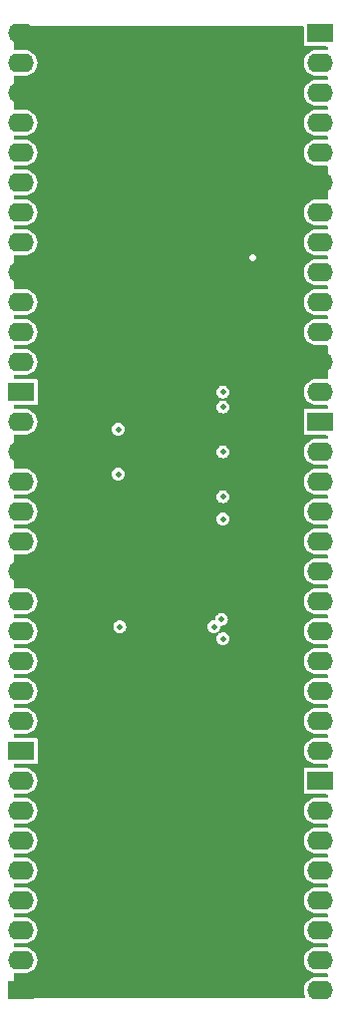
<source format=gbr>
G04 --- HEADER BEGIN --- *
%TF.GenerationSoftware,LibrePCB,LibrePCB,0.1.5*%
%TF.CreationDate,2020-12-27T00:53:52*%
%TF.ProjectId,bob_ddr_sdram_4m16b - default,91b37e6c-9424-4871-8535-6cfacb37efd9,v1*%
%TF.Part,Single*%
%FSLAX66Y66*%
%MOMM*%
G01*
G74*
G04 --- HEADER END --- *
G04 --- APERTURE LIST BEGIN --- *
%ADD10O,2.19X1.587*%
%ADD11R,2.19X1.587*%
%ADD12C,0.5*%
%ADD13C,0.01*%
%ADD14C,0.0*%
G04 --- APERTURE LIST END --- *
G04 --- BOARD BEGIN --- *
D10*
X26670000Y34290000D03*
X26670000Y44450000D03*
D11*
X26670000Y49530000D03*
D10*
X26670000Y39370000D03*
X26670000Y31750000D03*
X26670000Y21590000D03*
X26670000Y26670000D03*
X26670000Y41910000D03*
X26670000Y46990000D03*
X26670000Y29210000D03*
X26670000Y24130000D03*
X26670000Y36830000D03*
X26670000Y57150000D03*
X26670000Y62230000D03*
D11*
X26670000Y82550000D03*
D10*
X26670000Y77470000D03*
X26670000Y74930000D03*
X26670000Y54610000D03*
X26670000Y52070000D03*
X26670000Y72390000D03*
X26670000Y59690000D03*
X26670000Y69850000D03*
X26670000Y80010000D03*
X26670000Y67310000D03*
X26670000Y64770000D03*
X1270000Y36830000D03*
X1270000Y26670000D03*
D11*
X1270000Y21590000D03*
D10*
X1270000Y31750000D03*
X1270000Y39370000D03*
X1270000Y49530000D03*
X1270000Y44450000D03*
X1270000Y29210000D03*
X1270000Y24130000D03*
X1270000Y41910000D03*
X1270000Y46990000D03*
X1270000Y34290000D03*
X26670000Y1270000D03*
X26670000Y8890000D03*
X26670000Y6350000D03*
D11*
X26670000Y19050000D03*
D10*
X26670000Y16510000D03*
X26670000Y3810000D03*
X26670000Y13970000D03*
X26670000Y11430000D03*
X1270000Y19050000D03*
X1270000Y11430000D03*
X1270000Y13970000D03*
D11*
X1270000Y1270000D03*
D10*
X1270000Y3810000D03*
X1270000Y16510000D03*
X1270000Y6350000D03*
X1270000Y8890000D03*
X1270000Y77470000D03*
X1270000Y72390000D03*
D11*
X1270000Y52070000D03*
D10*
X1270000Y57150000D03*
X1270000Y59690000D03*
X1270000Y80010000D03*
X1270000Y82550000D03*
X1270000Y62230000D03*
X1270000Y74930000D03*
X1270000Y64770000D03*
X1270000Y54610000D03*
X1270000Y67310000D03*
X1270000Y69850000D03*
D12*
X17653000Y32131000D03*
X9525000Y43180000D03*
X18415000Y41275000D03*
X9525000Y48895000D03*
X9525000Y45085000D03*
X18415000Y45085000D03*
D13*
X20955000Y63500000D03*
D12*
X18415000Y52070000D03*
X18415000Y50800000D03*
X9525000Y40640000D03*
X9525000Y52070000D03*
X9525000Y50800000D03*
X9652000Y32131000D03*
X18288000Y32766000D03*
X18415000Y48895000D03*
X18415000Y31115000D03*
X9525000Y46990000D03*
X18415000Y43180000D03*
X18415000Y46990000D03*
X10287000Y31496000D03*
D14*
G36*
X25361425Y654500D02*
X25397615Y705395D01*
X25391614Y779574D01*
X25387968Y786897D01*
X25318415Y966432D01*
X25315892Y975300D01*
X25280513Y1164560D01*
X25279664Y1173725D01*
X25279664Y1366274D01*
X25280513Y1375439D01*
X25315892Y1564699D01*
X25318415Y1573567D01*
X25387969Y1753105D01*
X25392068Y1761339D01*
X25493433Y1925048D01*
X25498987Y1932401D01*
X25628694Y2074685D01*
X25635506Y2080895D01*
X25789159Y2196928D01*
X25796982Y2201772D01*
X25969346Y2287599D01*
X25977921Y2290921D01*
X26163128Y2343617D01*
X26172172Y2345307D01*
X26366195Y2363286D01*
X26370811Y2363500D01*
X26969189Y2363500D01*
X26973805Y2363286D01*
X27167825Y2345308D01*
X27176881Y2343615D01*
X27177640Y2343399D01*
X27177965Y2343412D01*
X27181422Y2342766D01*
X27181570Y2343558D01*
X27240039Y2345923D01*
X27288773Y2384974D01*
X27305000Y2439583D01*
X27305000Y2640416D01*
X27285500Y2699743D01*
X27234605Y2735933D01*
X27181550Y2736554D01*
X27181423Y2737233D01*
X27178013Y2736596D01*
X27177640Y2736600D01*
X27176880Y2736384D01*
X27167826Y2734691D01*
X26973806Y2716714D01*
X26969189Y2716500D01*
X26370811Y2716500D01*
X26366194Y2716714D01*
X26172171Y2734692D01*
X26163130Y2736381D01*
X25977921Y2789078D01*
X25969346Y2792400D01*
X25796982Y2878227D01*
X25789159Y2883071D01*
X25635506Y2999104D01*
X25628694Y3005314D01*
X25498987Y3147598D01*
X25493433Y3154951D01*
X25392068Y3318660D01*
X25387969Y3326894D01*
X25318415Y3506432D01*
X25315892Y3515300D01*
X25280513Y3704560D01*
X25279664Y3713725D01*
X25279664Y3906274D01*
X25280513Y3915439D01*
X25315892Y4104699D01*
X25318415Y4113567D01*
X25387969Y4293105D01*
X25392068Y4301339D01*
X25493433Y4465048D01*
X25498987Y4472401D01*
X25628694Y4614685D01*
X25635506Y4620895D01*
X25789159Y4736928D01*
X25796982Y4741772D01*
X25969346Y4827599D01*
X25977921Y4830921D01*
X26163128Y4883617D01*
X26172172Y4885307D01*
X26366195Y4903286D01*
X26370811Y4903500D01*
X26969189Y4903500D01*
X26973805Y4903286D01*
X27167825Y4885308D01*
X27176881Y4883615D01*
X27177640Y4883399D01*
X27177965Y4883412D01*
X27181422Y4882766D01*
X27181570Y4883558D01*
X27240039Y4885923D01*
X27288773Y4924974D01*
X27305000Y4979583D01*
X27305000Y5180416D01*
X27285500Y5239743D01*
X27234605Y5275933D01*
X27181550Y5276554D01*
X27181423Y5277233D01*
X27178013Y5276596D01*
X27177640Y5276600D01*
X27176880Y5276384D01*
X27167826Y5274691D01*
X26973806Y5256714D01*
X26969189Y5256500D01*
X26370811Y5256500D01*
X26366194Y5256714D01*
X26172171Y5274692D01*
X26163130Y5276381D01*
X25977921Y5329078D01*
X25969346Y5332400D01*
X25796982Y5418227D01*
X25789159Y5423071D01*
X25635506Y5539104D01*
X25628694Y5545314D01*
X25498987Y5687598D01*
X25493433Y5694951D01*
X25392068Y5858660D01*
X25387969Y5866894D01*
X25318415Y6046432D01*
X25315892Y6055300D01*
X25280513Y6244560D01*
X25279664Y6253725D01*
X25279664Y6446274D01*
X25280513Y6455439D01*
X25315892Y6644699D01*
X25318415Y6653567D01*
X25387969Y6833105D01*
X25392068Y6841339D01*
X25493433Y7005048D01*
X25498987Y7012401D01*
X25628694Y7154685D01*
X25635506Y7160895D01*
X25789159Y7276928D01*
X25796982Y7281772D01*
X25969346Y7367599D01*
X25977921Y7370921D01*
X26163128Y7423617D01*
X26172172Y7425307D01*
X26366195Y7443286D01*
X26370811Y7443500D01*
X26969189Y7443500D01*
X26973805Y7443286D01*
X27167825Y7425308D01*
X27176881Y7423615D01*
X27177640Y7423399D01*
X27177965Y7423412D01*
X27181422Y7422766D01*
X27181570Y7423558D01*
X27240039Y7425923D01*
X27288773Y7464974D01*
X27305000Y7519583D01*
X27305000Y7720416D01*
X27285500Y7779743D01*
X27234605Y7815933D01*
X27181550Y7816554D01*
X27181423Y7817233D01*
X27178013Y7816596D01*
X27177640Y7816600D01*
X27176880Y7816384D01*
X27167826Y7814691D01*
X26973806Y7796714D01*
X26969189Y7796500D01*
X26370811Y7796500D01*
X26366194Y7796714D01*
X26172171Y7814692D01*
X26163130Y7816381D01*
X25977921Y7869078D01*
X25969346Y7872400D01*
X25796982Y7958227D01*
X25789159Y7963071D01*
X25635506Y8079104D01*
X25628694Y8085314D01*
X25498987Y8227598D01*
X25493433Y8234951D01*
X25392068Y8398660D01*
X25387969Y8406894D01*
X25318415Y8586432D01*
X25315892Y8595300D01*
X25280513Y8784560D01*
X25279664Y8793725D01*
X25279664Y8986274D01*
X25280513Y8995439D01*
X25315892Y9184699D01*
X25318415Y9193567D01*
X25387969Y9373105D01*
X25392068Y9381339D01*
X25493433Y9545048D01*
X25498987Y9552401D01*
X25628694Y9694685D01*
X25635506Y9700895D01*
X25789159Y9816928D01*
X25796982Y9821772D01*
X25969346Y9907599D01*
X25977921Y9910921D01*
X26163128Y9963617D01*
X26172172Y9965307D01*
X26366195Y9983286D01*
X26370811Y9983500D01*
X26969189Y9983500D01*
X26973805Y9983286D01*
X27167825Y9965308D01*
X27176881Y9963615D01*
X27177640Y9963399D01*
X27177965Y9963412D01*
X27181422Y9962766D01*
X27181570Y9963558D01*
X27240039Y9965923D01*
X27288773Y10004974D01*
X27305000Y10059583D01*
X27305000Y10260416D01*
X27285500Y10319743D01*
X27234605Y10355933D01*
X27181550Y10356554D01*
X27181423Y10357233D01*
X27178013Y10356596D01*
X27177640Y10356600D01*
X27176880Y10356384D01*
X27167826Y10354691D01*
X26973806Y10336714D01*
X26969189Y10336500D01*
X26370811Y10336500D01*
X26366194Y10336714D01*
X26172171Y10354692D01*
X26163130Y10356381D01*
X25977921Y10409078D01*
X25969346Y10412400D01*
X25796982Y10498227D01*
X25789159Y10503071D01*
X25635506Y10619104D01*
X25628694Y10625314D01*
X25498987Y10767598D01*
X25493433Y10774951D01*
X25392068Y10938660D01*
X25387969Y10946894D01*
X25318415Y11126432D01*
X25315892Y11135300D01*
X25280513Y11324560D01*
X25279664Y11333725D01*
X25279664Y11526274D01*
X25280513Y11535439D01*
X25315892Y11724699D01*
X25318415Y11733567D01*
X25387969Y11913105D01*
X25392068Y11921339D01*
X25493433Y12085048D01*
X25498987Y12092401D01*
X25628694Y12234685D01*
X25635506Y12240895D01*
X25789159Y12356928D01*
X25796982Y12361772D01*
X25969346Y12447599D01*
X25977921Y12450921D01*
X26163128Y12503617D01*
X26172172Y12505307D01*
X26366195Y12523286D01*
X26370811Y12523500D01*
X26969189Y12523500D01*
X26973805Y12523286D01*
X27167825Y12505308D01*
X27176881Y12503615D01*
X27177640Y12503399D01*
X27177965Y12503412D01*
X27181422Y12502766D01*
X27181570Y12503558D01*
X27240039Y12505923D01*
X27288773Y12544974D01*
X27305000Y12599583D01*
X27305000Y12800416D01*
X27285500Y12859743D01*
X27234605Y12895933D01*
X27181550Y12896554D01*
X27181423Y12897233D01*
X27178013Y12896596D01*
X27177640Y12896600D01*
X27176880Y12896384D01*
X27167826Y12894691D01*
X26973806Y12876714D01*
X26969189Y12876500D01*
X26370811Y12876500D01*
X26366194Y12876714D01*
X26172171Y12894692D01*
X26163130Y12896381D01*
X25977921Y12949078D01*
X25969346Y12952400D01*
X25796982Y13038227D01*
X25789159Y13043071D01*
X25635506Y13159104D01*
X25628694Y13165314D01*
X25498987Y13307598D01*
X25493433Y13314951D01*
X25392068Y13478660D01*
X25387969Y13486894D01*
X25318415Y13666432D01*
X25315892Y13675300D01*
X25280513Y13864560D01*
X25279664Y13873725D01*
X25279664Y14066274D01*
X25280513Y14075439D01*
X25315892Y14264699D01*
X25318415Y14273567D01*
X25387969Y14453105D01*
X25392068Y14461339D01*
X25493433Y14625048D01*
X25498987Y14632401D01*
X25628694Y14774685D01*
X25635506Y14780895D01*
X25789159Y14896928D01*
X25796982Y14901772D01*
X25969346Y14987599D01*
X25977921Y14990921D01*
X26163128Y15043617D01*
X26172172Y15045307D01*
X26366195Y15063286D01*
X26370811Y15063500D01*
X26969189Y15063500D01*
X26973805Y15063286D01*
X27167825Y15045308D01*
X27176881Y15043615D01*
X27177640Y15043399D01*
X27177965Y15043412D01*
X27181422Y15042766D01*
X27181570Y15043558D01*
X27240039Y15045923D01*
X27288773Y15084974D01*
X27305000Y15139583D01*
X27305000Y15340416D01*
X27285500Y15399743D01*
X27234605Y15435933D01*
X27181550Y15436554D01*
X27181423Y15437233D01*
X27178013Y15436596D01*
X27177640Y15436600D01*
X27176880Y15436384D01*
X27167826Y15434691D01*
X26973806Y15416714D01*
X26969189Y15416500D01*
X26370811Y15416500D01*
X26366194Y15416714D01*
X26172171Y15434692D01*
X26163130Y15436381D01*
X25977921Y15489078D01*
X25969346Y15492400D01*
X25796982Y15578227D01*
X25789159Y15583071D01*
X25635506Y15699104D01*
X25628694Y15705314D01*
X25498987Y15847598D01*
X25493433Y15854951D01*
X25392068Y16018660D01*
X25387969Y16026894D01*
X25318415Y16206432D01*
X25315892Y16215300D01*
X25280513Y16404560D01*
X25279664Y16413725D01*
X25279664Y16606274D01*
X25280513Y16615439D01*
X25315892Y16804699D01*
X25318415Y16813567D01*
X25387969Y16993105D01*
X25392068Y17001339D01*
X25493433Y17165048D01*
X25498987Y17172401D01*
X25628694Y17314685D01*
X25635506Y17320895D01*
X25789159Y17436928D01*
X25796982Y17441772D01*
X25969346Y17527599D01*
X25977921Y17530921D01*
X26163128Y17583617D01*
X26172172Y17585307D01*
X26366195Y17603286D01*
X26370811Y17603500D01*
X26969189Y17603500D01*
X26973805Y17603286D01*
X27167825Y17585308D01*
X27176881Y17583615D01*
X27177640Y17583399D01*
X27177965Y17583412D01*
X27181422Y17582766D01*
X27181570Y17583558D01*
X27240039Y17585923D01*
X27288773Y17624974D01*
X27305000Y17679583D01*
X27305000Y17856500D01*
X27285500Y17915827D01*
X27205000Y17956500D01*
X25291013Y17956500D01*
X25286248Y17958066D01*
X25275000Y17980328D01*
X25275000Y20127487D01*
X25276566Y20132252D01*
X25298828Y20143500D01*
X27205000Y20143500D01*
X27264327Y20163000D01*
X27305000Y20243500D01*
X27305000Y20420416D01*
X27285500Y20479743D01*
X27234605Y20515933D01*
X27181550Y20516554D01*
X27181423Y20517233D01*
X27178013Y20516596D01*
X27177640Y20516600D01*
X27176880Y20516384D01*
X27167826Y20514691D01*
X26973806Y20496714D01*
X26969189Y20496500D01*
X26370811Y20496500D01*
X26366194Y20496714D01*
X26172171Y20514692D01*
X26163130Y20516381D01*
X25977921Y20569078D01*
X25969346Y20572400D01*
X25796982Y20658227D01*
X25789159Y20663071D01*
X25635506Y20779104D01*
X25628694Y20785314D01*
X25498987Y20927598D01*
X25493433Y20934951D01*
X25392068Y21098660D01*
X25387969Y21106894D01*
X25318415Y21286432D01*
X25315892Y21295300D01*
X25280513Y21484560D01*
X25279664Y21493725D01*
X25279664Y21686274D01*
X25280513Y21695439D01*
X25315892Y21884699D01*
X25318415Y21893567D01*
X25387969Y22073105D01*
X25392068Y22081339D01*
X25493433Y22245048D01*
X25498987Y22252401D01*
X25628694Y22394685D01*
X25635506Y22400895D01*
X25789159Y22516928D01*
X25796982Y22521772D01*
X25969346Y22607599D01*
X25977921Y22610921D01*
X26163128Y22663617D01*
X26172172Y22665307D01*
X26366195Y22683286D01*
X26370811Y22683500D01*
X26969189Y22683500D01*
X26973805Y22683286D01*
X27167825Y22665308D01*
X27176881Y22663615D01*
X27177640Y22663399D01*
X27177965Y22663412D01*
X27181422Y22662766D01*
X27181570Y22663558D01*
X27240039Y22665923D01*
X27288773Y22704974D01*
X27305000Y22759583D01*
X27305000Y22960416D01*
X27285500Y23019743D01*
X27234605Y23055933D01*
X27181550Y23056554D01*
X27181423Y23057233D01*
X27178013Y23056596D01*
X27177640Y23056600D01*
X27176880Y23056384D01*
X27167826Y23054691D01*
X26973806Y23036714D01*
X26969189Y23036500D01*
X26370811Y23036500D01*
X26366194Y23036714D01*
X26172171Y23054692D01*
X26163130Y23056381D01*
X25977921Y23109078D01*
X25969346Y23112400D01*
X25796982Y23198227D01*
X25789159Y23203071D01*
X25635506Y23319104D01*
X25628694Y23325314D01*
X25498987Y23467598D01*
X25493433Y23474951D01*
X25392068Y23638660D01*
X25387969Y23646894D01*
X25318415Y23826432D01*
X25315892Y23835300D01*
X25280513Y24024560D01*
X25279664Y24033725D01*
X25279664Y24226274D01*
X25280513Y24235439D01*
X25315892Y24424699D01*
X25318415Y24433567D01*
X25387969Y24613105D01*
X25392068Y24621339D01*
X25493433Y24785048D01*
X25498987Y24792401D01*
X25628694Y24934685D01*
X25635506Y24940895D01*
X25789159Y25056928D01*
X25796982Y25061772D01*
X25969346Y25147599D01*
X25977921Y25150921D01*
X26163128Y25203617D01*
X26172172Y25205307D01*
X26366195Y25223286D01*
X26370811Y25223500D01*
X26969189Y25223500D01*
X26973805Y25223286D01*
X27167825Y25205308D01*
X27176881Y25203615D01*
X27177640Y25203399D01*
X27177965Y25203412D01*
X27181422Y25202766D01*
X27181570Y25203558D01*
X27240039Y25205923D01*
X27288773Y25244974D01*
X27305000Y25299583D01*
X27305000Y25500416D01*
X27285500Y25559743D01*
X27234605Y25595933D01*
X27181550Y25596554D01*
X27181423Y25597233D01*
X27178013Y25596596D01*
X27177640Y25596600D01*
X27176880Y25596384D01*
X27167826Y25594691D01*
X26973806Y25576714D01*
X26969189Y25576500D01*
X26370811Y25576500D01*
X26366194Y25576714D01*
X26172171Y25594692D01*
X26163130Y25596381D01*
X25977921Y25649078D01*
X25969346Y25652400D01*
X25796982Y25738227D01*
X25789159Y25743071D01*
X25635506Y25859104D01*
X25628694Y25865314D01*
X25498987Y26007598D01*
X25493433Y26014951D01*
X25392068Y26178660D01*
X25387969Y26186894D01*
X25318415Y26366432D01*
X25315892Y26375300D01*
X25280513Y26564560D01*
X25279664Y26573725D01*
X25279664Y26766274D01*
X25280513Y26775439D01*
X25315892Y26964699D01*
X25318415Y26973567D01*
X25387969Y27153105D01*
X25392068Y27161339D01*
X25493433Y27325048D01*
X25498987Y27332401D01*
X25628694Y27474685D01*
X25635506Y27480895D01*
X25789159Y27596928D01*
X25796982Y27601772D01*
X25969346Y27687599D01*
X25977921Y27690921D01*
X26163128Y27743617D01*
X26172172Y27745307D01*
X26366195Y27763286D01*
X26370811Y27763500D01*
X26969189Y27763500D01*
X26973805Y27763286D01*
X27167825Y27745308D01*
X27176881Y27743615D01*
X27177640Y27743399D01*
X27177965Y27743412D01*
X27181422Y27742766D01*
X27181570Y27743558D01*
X27240039Y27745923D01*
X27288773Y27784974D01*
X27305000Y27839583D01*
X27305000Y28040416D01*
X27285500Y28099743D01*
X27234605Y28135933D01*
X27181550Y28136554D01*
X27181423Y28137233D01*
X27178013Y28136596D01*
X27177640Y28136600D01*
X27176880Y28136384D01*
X27167826Y28134691D01*
X26973806Y28116714D01*
X26969189Y28116500D01*
X26370811Y28116500D01*
X26366194Y28116714D01*
X26172171Y28134692D01*
X26163130Y28136381D01*
X25977921Y28189078D01*
X25969346Y28192400D01*
X25796982Y28278227D01*
X25789159Y28283071D01*
X25635506Y28399104D01*
X25628694Y28405314D01*
X25498987Y28547598D01*
X25493433Y28554951D01*
X25392068Y28718660D01*
X25387969Y28726894D01*
X25318415Y28906432D01*
X25315892Y28915300D01*
X25280513Y29104560D01*
X25279664Y29113725D01*
X25279664Y29306274D01*
X25280513Y29315439D01*
X25315892Y29504699D01*
X25318415Y29513567D01*
X25387969Y29693105D01*
X25392068Y29701339D01*
X25493433Y29865048D01*
X25498987Y29872401D01*
X25628694Y30014685D01*
X25635506Y30020895D01*
X25789159Y30136928D01*
X25796982Y30141772D01*
X25969346Y30227599D01*
X25977921Y30230921D01*
X26163128Y30283617D01*
X26172172Y30285307D01*
X26366195Y30303286D01*
X26370811Y30303500D01*
X26969189Y30303500D01*
X26973805Y30303286D01*
X27167825Y30285308D01*
X27176881Y30283615D01*
X27177640Y30283399D01*
X27177965Y30283412D01*
X27181422Y30282766D01*
X27181570Y30283558D01*
X27240039Y30285923D01*
X27288773Y30324974D01*
X27305000Y30379583D01*
X27305000Y30580416D01*
X27285500Y30639743D01*
X27234605Y30675933D01*
X27181550Y30676554D01*
X27181423Y30677233D01*
X27178013Y30676596D01*
X27177640Y30676600D01*
X27176880Y30676384D01*
X27167826Y30674691D01*
X26973806Y30656714D01*
X26969189Y30656500D01*
X26370811Y30656500D01*
X26366194Y30656714D01*
X26172171Y30674692D01*
X26163130Y30676381D01*
X25977921Y30729078D01*
X25969346Y30732400D01*
X25796982Y30818227D01*
X25789159Y30823071D01*
X25635506Y30939104D01*
X25628694Y30945314D01*
X25498987Y31087598D01*
X25493433Y31094951D01*
X25392068Y31258660D01*
X25387969Y31266894D01*
X25318415Y31446432D01*
X25315892Y31455300D01*
X25280513Y31644560D01*
X25279664Y31653725D01*
X25279664Y31846274D01*
X25280513Y31855439D01*
X25315892Y32044699D01*
X25318415Y32053567D01*
X25387969Y32233105D01*
X25392068Y32241339D01*
X25493433Y32405048D01*
X25498987Y32412401D01*
X25628694Y32554685D01*
X25635506Y32560895D01*
X25789159Y32676928D01*
X25796982Y32681772D01*
X25969346Y32767599D01*
X25977921Y32770921D01*
X26163128Y32823617D01*
X26172172Y32825307D01*
X26366195Y32843286D01*
X26370811Y32843500D01*
X26969189Y32843500D01*
X26973805Y32843286D01*
X27167825Y32825308D01*
X27176881Y32823615D01*
X27177640Y32823399D01*
X27177965Y32823412D01*
X27181422Y32822766D01*
X27181570Y32823558D01*
X27240039Y32825923D01*
X27288773Y32864974D01*
X27305000Y32919583D01*
X27305000Y33120416D01*
X27285500Y33179743D01*
X27234605Y33215933D01*
X27181550Y33216554D01*
X27181423Y33217233D01*
X27178013Y33216596D01*
X27177640Y33216600D01*
X27176880Y33216384D01*
X27167826Y33214691D01*
X26973806Y33196714D01*
X26969189Y33196500D01*
X26370811Y33196500D01*
X26366194Y33196714D01*
X26172171Y33214692D01*
X26163130Y33216381D01*
X25977921Y33269078D01*
X25969346Y33272400D01*
X25796982Y33358227D01*
X25789159Y33363071D01*
X25635506Y33479104D01*
X25628694Y33485314D01*
X25498987Y33627598D01*
X25493433Y33634951D01*
X25392068Y33798660D01*
X25387969Y33806894D01*
X25318415Y33986432D01*
X25315892Y33995300D01*
X25280513Y34184560D01*
X25279664Y34193725D01*
X25279664Y34386274D01*
X25280513Y34395439D01*
X25315892Y34584699D01*
X25318415Y34593567D01*
X25387969Y34773105D01*
X25392068Y34781339D01*
X25493433Y34945048D01*
X25498987Y34952401D01*
X25628694Y35094685D01*
X25635506Y35100895D01*
X25789159Y35216928D01*
X25796982Y35221772D01*
X25969346Y35307599D01*
X25977921Y35310921D01*
X26163128Y35363617D01*
X26172172Y35365307D01*
X26366195Y35383286D01*
X26370811Y35383500D01*
X26969189Y35383500D01*
X26973805Y35383286D01*
X27167825Y35365308D01*
X27176881Y35363615D01*
X27177640Y35363399D01*
X27177965Y35363412D01*
X27181422Y35362766D01*
X27181570Y35363558D01*
X27240039Y35365923D01*
X27288773Y35404974D01*
X27305000Y35459583D01*
X27305000Y35660416D01*
X27285500Y35719743D01*
X27234605Y35755933D01*
X27181550Y35756554D01*
X27181423Y35757233D01*
X27178013Y35756596D01*
X27177640Y35756600D01*
X27176880Y35756384D01*
X27167826Y35754691D01*
X26973806Y35736714D01*
X26969189Y35736500D01*
X26370811Y35736500D01*
X26366194Y35736714D01*
X26172171Y35754692D01*
X26163130Y35756381D01*
X25977921Y35809078D01*
X25969346Y35812400D01*
X25796982Y35898227D01*
X25789159Y35903071D01*
X25635506Y36019104D01*
X25628694Y36025314D01*
X25498987Y36167598D01*
X25493433Y36174951D01*
X25392068Y36338660D01*
X25387969Y36346894D01*
X25318415Y36526432D01*
X25315892Y36535300D01*
X25280513Y36724560D01*
X25279664Y36733725D01*
X25279664Y36926274D01*
X25280513Y36935439D01*
X25315892Y37124699D01*
X25318415Y37133567D01*
X25387969Y37313105D01*
X25392068Y37321339D01*
X25493433Y37485048D01*
X25498987Y37492401D01*
X25628694Y37634685D01*
X25635506Y37640895D01*
X25789159Y37756928D01*
X25796982Y37761772D01*
X25969346Y37847599D01*
X25977921Y37850921D01*
X26163128Y37903617D01*
X26172172Y37905307D01*
X26366195Y37923286D01*
X26370811Y37923500D01*
X26969189Y37923500D01*
X26973805Y37923286D01*
X27167825Y37905308D01*
X27176881Y37903615D01*
X27177640Y37903399D01*
X27177965Y37903412D01*
X27181422Y37902766D01*
X27181570Y37903558D01*
X27240039Y37905923D01*
X27288773Y37944974D01*
X27305000Y37999583D01*
X27305000Y38200416D01*
X27285500Y38259743D01*
X27234605Y38295933D01*
X27181550Y38296554D01*
X27181423Y38297233D01*
X27178013Y38296596D01*
X27177640Y38296600D01*
X27176880Y38296384D01*
X27167826Y38294691D01*
X26973806Y38276714D01*
X26969189Y38276500D01*
X26370811Y38276500D01*
X26366194Y38276714D01*
X26172171Y38294692D01*
X26163130Y38296381D01*
X25977921Y38349078D01*
X25969346Y38352400D01*
X25796982Y38438227D01*
X25789159Y38443071D01*
X25635506Y38559104D01*
X25628694Y38565314D01*
X25498987Y38707598D01*
X25493433Y38714951D01*
X25392068Y38878660D01*
X25387969Y38886894D01*
X25318415Y39066432D01*
X25315892Y39075300D01*
X25280513Y39264560D01*
X25279664Y39273725D01*
X25279664Y39466274D01*
X25280513Y39475439D01*
X25315892Y39664699D01*
X25318415Y39673567D01*
X25387969Y39853105D01*
X25392068Y39861339D01*
X25493433Y40025048D01*
X25498987Y40032401D01*
X25628694Y40174685D01*
X25635506Y40180895D01*
X25789159Y40296928D01*
X25796982Y40301772D01*
X25969346Y40387599D01*
X25977921Y40390921D01*
X26163128Y40443617D01*
X26172172Y40445307D01*
X26366195Y40463286D01*
X26370811Y40463500D01*
X26969189Y40463500D01*
X26973805Y40463286D01*
X27167825Y40445308D01*
X27176881Y40443615D01*
X27177640Y40443399D01*
X27177965Y40443412D01*
X27181422Y40442766D01*
X27181570Y40443558D01*
X27240039Y40445923D01*
X27288773Y40484974D01*
X27305000Y40539583D01*
X27305000Y40740416D01*
X27285500Y40799743D01*
X27234605Y40835933D01*
X27181550Y40836554D01*
X27181423Y40837233D01*
X27178013Y40836596D01*
X27177640Y40836600D01*
X27176880Y40836384D01*
X27167826Y40834691D01*
X26973806Y40816714D01*
X26969189Y40816500D01*
X26370811Y40816500D01*
X26366194Y40816714D01*
X26172171Y40834692D01*
X26163130Y40836381D01*
X25977921Y40889078D01*
X25969346Y40892400D01*
X25796982Y40978227D01*
X25789159Y40983071D01*
X25635506Y41099104D01*
X25628694Y41105314D01*
X25498987Y41247598D01*
X25493433Y41254951D01*
X25392068Y41418660D01*
X25387969Y41426894D01*
X25318415Y41606432D01*
X25315892Y41615300D01*
X25280513Y41804560D01*
X25279664Y41813725D01*
X25279664Y42006274D01*
X25280513Y42015439D01*
X25315892Y42204699D01*
X25318415Y42213567D01*
X25387969Y42393105D01*
X25392068Y42401339D01*
X25493433Y42565048D01*
X25498987Y42572401D01*
X25628694Y42714685D01*
X25635506Y42720895D01*
X25789159Y42836928D01*
X25796982Y42841772D01*
X25969346Y42927599D01*
X25977921Y42930921D01*
X26163128Y42983617D01*
X26172172Y42985307D01*
X26366195Y43003286D01*
X26370811Y43003500D01*
X26969189Y43003500D01*
X26973805Y43003286D01*
X27167825Y42985308D01*
X27176881Y42983615D01*
X27177640Y42983399D01*
X27177965Y42983412D01*
X27181422Y42982766D01*
X27181570Y42983558D01*
X27240039Y42985923D01*
X27288773Y43024974D01*
X27305000Y43079583D01*
X27305000Y43280416D01*
X27285500Y43339743D01*
X27234605Y43375933D01*
X27181550Y43376554D01*
X27181423Y43377233D01*
X27178013Y43376596D01*
X27177640Y43376600D01*
X27176880Y43376384D01*
X27167826Y43374691D01*
X26973806Y43356714D01*
X26969189Y43356500D01*
X26370811Y43356500D01*
X26366194Y43356714D01*
X26172171Y43374692D01*
X26163130Y43376381D01*
X25977921Y43429078D01*
X25969346Y43432400D01*
X25796982Y43518227D01*
X25789159Y43523071D01*
X25635506Y43639104D01*
X25628694Y43645314D01*
X25498987Y43787598D01*
X25493433Y43794951D01*
X25392068Y43958660D01*
X25387969Y43966894D01*
X25318415Y44146432D01*
X25315892Y44155300D01*
X25280513Y44344560D01*
X25279664Y44353725D01*
X25279664Y44546274D01*
X25280513Y44555439D01*
X25315892Y44744699D01*
X25318415Y44753567D01*
X25387969Y44933105D01*
X25392068Y44941339D01*
X25493433Y45105048D01*
X25498987Y45112401D01*
X25628694Y45254685D01*
X25635506Y45260895D01*
X25789159Y45376928D01*
X25796982Y45381772D01*
X25969346Y45467599D01*
X25977921Y45470921D01*
X26163128Y45523617D01*
X26172172Y45525307D01*
X26366195Y45543286D01*
X26370811Y45543500D01*
X26969189Y45543500D01*
X26973805Y45543286D01*
X27167825Y45525308D01*
X27176881Y45523615D01*
X27177640Y45523399D01*
X27177965Y45523412D01*
X27181422Y45522766D01*
X27181570Y45523558D01*
X27240039Y45525923D01*
X27288773Y45564974D01*
X27305000Y45619583D01*
X27305000Y45820416D01*
X27285500Y45879743D01*
X27234605Y45915933D01*
X27181550Y45916554D01*
X27181423Y45917233D01*
X27178013Y45916596D01*
X27177640Y45916600D01*
X27176880Y45916384D01*
X27167826Y45914691D01*
X26973806Y45896714D01*
X26969189Y45896500D01*
X26370811Y45896500D01*
X26366194Y45896714D01*
X26172171Y45914692D01*
X26163130Y45916381D01*
X25977921Y45969078D01*
X25969346Y45972400D01*
X25796982Y46058227D01*
X25789159Y46063071D01*
X25635506Y46179104D01*
X25628694Y46185314D01*
X25498987Y46327598D01*
X25493433Y46334951D01*
X25392068Y46498660D01*
X25387969Y46506894D01*
X25318415Y46686432D01*
X25315892Y46695300D01*
X25280513Y46884560D01*
X25279664Y46893725D01*
X25279664Y47086274D01*
X25280513Y47095439D01*
X25315892Y47284699D01*
X25318415Y47293567D01*
X25387969Y47473105D01*
X25392068Y47481339D01*
X25493433Y47645048D01*
X25498987Y47652401D01*
X25628694Y47794685D01*
X25635506Y47800895D01*
X25789159Y47916928D01*
X25796982Y47921772D01*
X25969346Y48007599D01*
X25977921Y48010921D01*
X26163128Y48063617D01*
X26172172Y48065307D01*
X26366195Y48083286D01*
X26370811Y48083500D01*
X26969189Y48083500D01*
X26973805Y48083286D01*
X27167825Y48065308D01*
X27176881Y48063615D01*
X27177640Y48063399D01*
X27177965Y48063412D01*
X27181422Y48062766D01*
X27181570Y48063558D01*
X27240039Y48065923D01*
X27288773Y48104974D01*
X27305000Y48159583D01*
X27305000Y48336500D01*
X27285500Y48395827D01*
X27205000Y48436500D01*
X25291013Y48436500D01*
X25286248Y48438066D01*
X25275000Y48460328D01*
X25275000Y50607487D01*
X25276566Y50612252D01*
X25298828Y50623500D01*
X27205000Y50623500D01*
X27264327Y50643000D01*
X27305000Y50723500D01*
X27305000Y50900416D01*
X27285500Y50959743D01*
X27234605Y50995933D01*
X27181550Y50996554D01*
X27181423Y50997233D01*
X27178013Y50996596D01*
X27177640Y50996600D01*
X27176880Y50996384D01*
X27167826Y50994691D01*
X26973806Y50976714D01*
X26969189Y50976500D01*
X26370811Y50976500D01*
X26366194Y50976714D01*
X26172171Y50994692D01*
X26163130Y50996381D01*
X25977921Y51049078D01*
X25969346Y51052400D01*
X25796982Y51138227D01*
X25789159Y51143071D01*
X25635506Y51259104D01*
X25628694Y51265314D01*
X25498987Y51407598D01*
X25493433Y51414951D01*
X25392068Y51578660D01*
X25387969Y51586894D01*
X25318415Y51766432D01*
X25315892Y51775300D01*
X25280513Y51964560D01*
X25279664Y51973725D01*
X25279664Y52166274D01*
X25280513Y52175439D01*
X25315892Y52364699D01*
X25318415Y52373567D01*
X25387969Y52553105D01*
X25392068Y52561339D01*
X25493433Y52725048D01*
X25498987Y52732401D01*
X25628694Y52874685D01*
X25635506Y52880895D01*
X25789159Y52996928D01*
X25796982Y53001772D01*
X25969346Y53087599D01*
X25977921Y53090921D01*
X26163128Y53143617D01*
X26172172Y53145307D01*
X26366195Y53163286D01*
X26370811Y53163500D01*
X26969189Y53163500D01*
X26973805Y53163286D01*
X27167825Y53145308D01*
X27176881Y53143615D01*
X27177640Y53143399D01*
X27177965Y53143412D01*
X27181422Y53142766D01*
X27181570Y53143558D01*
X27240039Y53145923D01*
X27288773Y53184974D01*
X27305000Y53239583D01*
X27305000Y55980416D01*
X27285500Y56039743D01*
X27234605Y56075933D01*
X27181550Y56076554D01*
X27181423Y56077233D01*
X27178013Y56076596D01*
X27177640Y56076600D01*
X27176880Y56076384D01*
X27167826Y56074691D01*
X26973806Y56056714D01*
X26969189Y56056500D01*
X26370811Y56056500D01*
X26366194Y56056714D01*
X26172171Y56074692D01*
X26163130Y56076381D01*
X25977921Y56129078D01*
X25969346Y56132400D01*
X25796982Y56218227D01*
X25789159Y56223071D01*
X25635506Y56339104D01*
X25628694Y56345314D01*
X25498987Y56487598D01*
X25493433Y56494951D01*
X25392068Y56658660D01*
X25387969Y56666894D01*
X25318415Y56846432D01*
X25315892Y56855300D01*
X25280513Y57044560D01*
X25279664Y57053725D01*
X25279664Y57246274D01*
X25280513Y57255439D01*
X25315892Y57444699D01*
X25318415Y57453567D01*
X25387969Y57633105D01*
X25392068Y57641339D01*
X25493433Y57805048D01*
X25498987Y57812401D01*
X25628694Y57954685D01*
X25635506Y57960895D01*
X25789159Y58076928D01*
X25796982Y58081772D01*
X25969346Y58167599D01*
X25977921Y58170921D01*
X26163128Y58223617D01*
X26172172Y58225307D01*
X26366195Y58243286D01*
X26370811Y58243500D01*
X26969189Y58243500D01*
X26973805Y58243286D01*
X27167825Y58225308D01*
X27176881Y58223615D01*
X27177640Y58223399D01*
X27177965Y58223412D01*
X27181422Y58222766D01*
X27181570Y58223558D01*
X27240039Y58225923D01*
X27288773Y58264974D01*
X27305000Y58319583D01*
X27305000Y58520416D01*
X27285500Y58579743D01*
X27234605Y58615933D01*
X27181550Y58616554D01*
X27181423Y58617233D01*
X27178013Y58616596D01*
X27177640Y58616600D01*
X27176880Y58616384D01*
X27167826Y58614691D01*
X26973806Y58596714D01*
X26969189Y58596500D01*
X26370811Y58596500D01*
X26366194Y58596714D01*
X26172171Y58614692D01*
X26163130Y58616381D01*
X25977921Y58669078D01*
X25969346Y58672400D01*
X25796982Y58758227D01*
X25789159Y58763071D01*
X25635506Y58879104D01*
X25628694Y58885314D01*
X25498987Y59027598D01*
X25493433Y59034951D01*
X25392068Y59198660D01*
X25387969Y59206894D01*
X25318415Y59386432D01*
X25315892Y59395300D01*
X25280513Y59584560D01*
X25279664Y59593725D01*
X25279664Y59786274D01*
X25280513Y59795439D01*
X25315892Y59984699D01*
X25318415Y59993567D01*
X25387969Y60173105D01*
X25392068Y60181339D01*
X25493433Y60345048D01*
X25498987Y60352401D01*
X25628694Y60494685D01*
X25635506Y60500895D01*
X25789159Y60616928D01*
X25796982Y60621772D01*
X25969346Y60707599D01*
X25977921Y60710921D01*
X26163128Y60763617D01*
X26172172Y60765307D01*
X26366195Y60783286D01*
X26370811Y60783500D01*
X26969189Y60783500D01*
X26973805Y60783286D01*
X27167825Y60765308D01*
X27176881Y60763615D01*
X27177640Y60763399D01*
X27177965Y60763412D01*
X27181422Y60762766D01*
X27181570Y60763558D01*
X27240039Y60765923D01*
X27288773Y60804974D01*
X27305000Y60859583D01*
X27305000Y61060416D01*
X27285500Y61119743D01*
X27234605Y61155933D01*
X27181550Y61156554D01*
X27181423Y61157233D01*
X27178013Y61156596D01*
X27177640Y61156600D01*
X27176880Y61156384D01*
X27167826Y61154691D01*
X26973806Y61136714D01*
X26969189Y61136500D01*
X26370811Y61136500D01*
X26366194Y61136714D01*
X26172171Y61154692D01*
X26163130Y61156381D01*
X25977921Y61209078D01*
X25969346Y61212400D01*
X25796982Y61298227D01*
X25789159Y61303071D01*
X25635506Y61419104D01*
X25628694Y61425314D01*
X25498987Y61567598D01*
X25493433Y61574951D01*
X25392068Y61738660D01*
X25387969Y61746894D01*
X25318415Y61926432D01*
X25315892Y61935300D01*
X25280513Y62124560D01*
X25279664Y62133725D01*
X25279664Y62326274D01*
X25280513Y62335439D01*
X25315892Y62524699D01*
X25318415Y62533567D01*
X25387969Y62713105D01*
X25392068Y62721339D01*
X25493433Y62885048D01*
X25498987Y62892401D01*
X25628694Y63034685D01*
X25635506Y63040895D01*
X25789159Y63156928D01*
X25796982Y63161772D01*
X25969346Y63247599D01*
X25977921Y63250921D01*
X26163128Y63303617D01*
X26172172Y63305307D01*
X26366195Y63323286D01*
X26370811Y63323500D01*
X26969189Y63323500D01*
X26973805Y63323286D01*
X27167825Y63305308D01*
X27176881Y63303615D01*
X27177640Y63303399D01*
X27177965Y63303412D01*
X27181422Y63302766D01*
X27181570Y63303558D01*
X27240039Y63305923D01*
X27288773Y63344974D01*
X27305000Y63399583D01*
X27305000Y63600416D01*
X27285500Y63659743D01*
X27234605Y63695933D01*
X27181550Y63696554D01*
X27181423Y63697233D01*
X27178013Y63696596D01*
X27177640Y63696600D01*
X27176880Y63696384D01*
X27167826Y63694691D01*
X26973806Y63676714D01*
X26969189Y63676500D01*
X26370811Y63676500D01*
X26366194Y63676714D01*
X26172171Y63694692D01*
X26163130Y63696381D01*
X25977921Y63749078D01*
X25969346Y63752400D01*
X25796982Y63838227D01*
X25789159Y63843071D01*
X25635506Y63959104D01*
X25628694Y63965314D01*
X25498987Y64107598D01*
X25493433Y64114951D01*
X25392068Y64278660D01*
X25387969Y64286894D01*
X25318415Y64466432D01*
X25315892Y64475300D01*
X25280513Y64664560D01*
X25279664Y64673725D01*
X25279664Y64866274D01*
X25280513Y64875439D01*
X25315892Y65064699D01*
X25318415Y65073567D01*
X25387969Y65253105D01*
X25392068Y65261339D01*
X25493433Y65425048D01*
X25498987Y65432401D01*
X25628694Y65574685D01*
X25635506Y65580895D01*
X25789159Y65696928D01*
X25796982Y65701772D01*
X25969346Y65787599D01*
X25977921Y65790921D01*
X26163128Y65843617D01*
X26172172Y65845307D01*
X26366195Y65863286D01*
X26370811Y65863500D01*
X26969189Y65863500D01*
X26973805Y65863286D01*
X27167825Y65845308D01*
X27176881Y65843615D01*
X27177640Y65843399D01*
X27177965Y65843412D01*
X27181422Y65842766D01*
X27181570Y65843558D01*
X27240039Y65845923D01*
X27288773Y65884974D01*
X27305000Y65939583D01*
X27305000Y66140416D01*
X27285500Y66199743D01*
X27234605Y66235933D01*
X27181550Y66236554D01*
X27181423Y66237233D01*
X27178013Y66236596D01*
X27177640Y66236600D01*
X27176880Y66236384D01*
X27167826Y66234691D01*
X26973806Y66216714D01*
X26969189Y66216500D01*
X26370811Y66216500D01*
X26366194Y66216714D01*
X26172171Y66234692D01*
X26163130Y66236381D01*
X25977921Y66289078D01*
X25969346Y66292400D01*
X25796982Y66378227D01*
X25789159Y66383071D01*
X25635506Y66499104D01*
X25628694Y66505314D01*
X25498987Y66647598D01*
X25493433Y66654951D01*
X25392068Y66818660D01*
X25387969Y66826894D01*
X25318415Y67006432D01*
X25315892Y67015300D01*
X25280513Y67204560D01*
X25279664Y67213725D01*
X25279664Y67406274D01*
X25280513Y67415439D01*
X25315892Y67604699D01*
X25318415Y67613567D01*
X25387969Y67793105D01*
X25392068Y67801339D01*
X25493433Y67965048D01*
X25498987Y67972401D01*
X25628694Y68114685D01*
X25635506Y68120895D01*
X25789159Y68236928D01*
X25796982Y68241772D01*
X25969346Y68327599D01*
X25977921Y68330921D01*
X26163128Y68383617D01*
X26172172Y68385307D01*
X26366195Y68403286D01*
X26370811Y68403500D01*
X26969189Y68403500D01*
X26973805Y68403286D01*
X27167825Y68385308D01*
X27176881Y68383615D01*
X27177640Y68383399D01*
X27177965Y68383412D01*
X27181422Y68382766D01*
X27181570Y68383558D01*
X27240039Y68385923D01*
X27288773Y68424974D01*
X27305000Y68479583D01*
X27305000Y71220416D01*
X27285500Y71279743D01*
X27234605Y71315933D01*
X27181550Y71316554D01*
X27181423Y71317233D01*
X27178013Y71316596D01*
X27177640Y71316600D01*
X27176880Y71316384D01*
X27167826Y71314691D01*
X26973806Y71296714D01*
X26969189Y71296500D01*
X26370811Y71296500D01*
X26366194Y71296714D01*
X26172171Y71314692D01*
X26163130Y71316381D01*
X25977921Y71369078D01*
X25969346Y71372400D01*
X25796982Y71458227D01*
X25789159Y71463071D01*
X25635506Y71579104D01*
X25628694Y71585314D01*
X25498987Y71727598D01*
X25493433Y71734951D01*
X25392068Y71898660D01*
X25387969Y71906894D01*
X25318415Y72086432D01*
X25315892Y72095300D01*
X25280513Y72284560D01*
X25279664Y72293725D01*
X25279664Y72486274D01*
X25280513Y72495439D01*
X25315892Y72684699D01*
X25318415Y72693567D01*
X25387969Y72873105D01*
X25392068Y72881339D01*
X25493433Y73045048D01*
X25498987Y73052401D01*
X25628694Y73194685D01*
X25635506Y73200895D01*
X25789159Y73316928D01*
X25796982Y73321772D01*
X25969346Y73407599D01*
X25977921Y73410921D01*
X26163128Y73463617D01*
X26172172Y73465307D01*
X26366195Y73483286D01*
X26370811Y73483500D01*
X26969189Y73483500D01*
X26973805Y73483286D01*
X27167825Y73465308D01*
X27176881Y73463615D01*
X27177640Y73463399D01*
X27177965Y73463412D01*
X27181422Y73462766D01*
X27181570Y73463558D01*
X27240039Y73465923D01*
X27288773Y73504974D01*
X27305000Y73559583D01*
X27305000Y73760416D01*
X27285500Y73819743D01*
X27234605Y73855933D01*
X27181550Y73856554D01*
X27181423Y73857233D01*
X27178013Y73856596D01*
X27177640Y73856600D01*
X27176880Y73856384D01*
X27167826Y73854691D01*
X26973806Y73836714D01*
X26969189Y73836500D01*
X26370811Y73836500D01*
X26366194Y73836714D01*
X26172171Y73854692D01*
X26163130Y73856381D01*
X25977921Y73909078D01*
X25969346Y73912400D01*
X25796982Y73998227D01*
X25789159Y74003071D01*
X25635506Y74119104D01*
X25628694Y74125314D01*
X25498987Y74267598D01*
X25493433Y74274951D01*
X25392068Y74438660D01*
X25387969Y74446894D01*
X25318415Y74626432D01*
X25315892Y74635300D01*
X25280513Y74824560D01*
X25279664Y74833725D01*
X25279664Y75026274D01*
X25280513Y75035439D01*
X25315892Y75224699D01*
X25318415Y75233567D01*
X25387969Y75413105D01*
X25392068Y75421339D01*
X25493433Y75585048D01*
X25498987Y75592401D01*
X25628694Y75734685D01*
X25635506Y75740895D01*
X25789159Y75856928D01*
X25796982Y75861772D01*
X25969346Y75947599D01*
X25977921Y75950921D01*
X26163128Y76003617D01*
X26172172Y76005307D01*
X26366195Y76023286D01*
X26370811Y76023500D01*
X26969189Y76023500D01*
X26973805Y76023286D01*
X27167825Y76005308D01*
X27176881Y76003615D01*
X27177640Y76003399D01*
X27177965Y76003412D01*
X27181422Y76002766D01*
X27181570Y76003558D01*
X27240039Y76005923D01*
X27288773Y76044974D01*
X27305000Y76099583D01*
X27305000Y76300416D01*
X27285500Y76359743D01*
X27234605Y76395933D01*
X27181550Y76396554D01*
X27181423Y76397233D01*
X27178013Y76396596D01*
X27177640Y76396600D01*
X27176880Y76396384D01*
X27167826Y76394691D01*
X26973806Y76376714D01*
X26969189Y76376500D01*
X26370811Y76376500D01*
X26366194Y76376714D01*
X26172171Y76394692D01*
X26163130Y76396381D01*
X25977921Y76449078D01*
X25969346Y76452400D01*
X25796982Y76538227D01*
X25789159Y76543071D01*
X25635506Y76659104D01*
X25628694Y76665314D01*
X25498987Y76807598D01*
X25493433Y76814951D01*
X25392068Y76978660D01*
X25387969Y76986894D01*
X25318415Y77166432D01*
X25315892Y77175300D01*
X25280513Y77364560D01*
X25279664Y77373725D01*
X25279664Y77566274D01*
X25280513Y77575439D01*
X25315892Y77764699D01*
X25318415Y77773567D01*
X25387969Y77953105D01*
X25392068Y77961339D01*
X25493433Y78125048D01*
X25498987Y78132401D01*
X25628694Y78274685D01*
X25635506Y78280895D01*
X25789159Y78396928D01*
X25796982Y78401772D01*
X25969346Y78487599D01*
X25977921Y78490921D01*
X26163128Y78543617D01*
X26172172Y78545307D01*
X26366195Y78563286D01*
X26370811Y78563500D01*
X26969189Y78563500D01*
X26973805Y78563286D01*
X27167825Y78545308D01*
X27176881Y78543615D01*
X27177640Y78543399D01*
X27177965Y78543412D01*
X27181422Y78542766D01*
X27181570Y78543558D01*
X27240039Y78545923D01*
X27288773Y78584974D01*
X27305000Y78639583D01*
X27305000Y78840416D01*
X27285500Y78899743D01*
X27234605Y78935933D01*
X27181550Y78936554D01*
X27181423Y78937233D01*
X27178013Y78936596D01*
X27177640Y78936600D01*
X27176880Y78936384D01*
X27167826Y78934691D01*
X26973806Y78916714D01*
X26969189Y78916500D01*
X26370811Y78916500D01*
X26366194Y78916714D01*
X26172171Y78934692D01*
X26163130Y78936381D01*
X25977921Y78989078D01*
X25969346Y78992400D01*
X25796982Y79078227D01*
X25789159Y79083071D01*
X25635506Y79199104D01*
X25628694Y79205314D01*
X25498987Y79347598D01*
X25493433Y79354951D01*
X25392068Y79518660D01*
X25387969Y79526894D01*
X25318415Y79706432D01*
X25315892Y79715300D01*
X25280513Y79904560D01*
X25279664Y79913725D01*
X25279664Y80106274D01*
X25280513Y80115439D01*
X25315892Y80304699D01*
X25318415Y80313567D01*
X25387969Y80493105D01*
X25392068Y80501339D01*
X25493433Y80665048D01*
X25498987Y80672401D01*
X25628694Y80814685D01*
X25635506Y80820895D01*
X25789159Y80936928D01*
X25796982Y80941772D01*
X25969346Y81027599D01*
X25977921Y81030921D01*
X26163128Y81083617D01*
X26172172Y81085307D01*
X26366195Y81103286D01*
X26370811Y81103500D01*
X26969189Y81103500D01*
X26973805Y81103286D01*
X27167825Y81085308D01*
X27176881Y81083615D01*
X27177640Y81083399D01*
X27177965Y81083412D01*
X27181422Y81082766D01*
X27181570Y81083558D01*
X27240039Y81085923D01*
X27288773Y81124974D01*
X27305000Y81179583D01*
X27305000Y81356500D01*
X27285500Y81415827D01*
X27205000Y81456500D01*
X25291013Y81456500D01*
X25286248Y81458066D01*
X25275000Y81480328D01*
X25275000Y83085000D01*
X25255500Y83144327D01*
X25175000Y83185000D01*
X735000Y83185000D01*
X675673Y83165500D01*
X635000Y83085000D01*
X635000Y81179584D01*
X654500Y81120257D01*
X705395Y81084067D01*
X758447Y81083446D01*
X758574Y81082766D01*
X761990Y81083404D01*
X762360Y81083400D01*
X763114Y81083614D01*
X772174Y81085308D01*
X966195Y81103286D01*
X970811Y81103500D01*
X1569189Y81103500D01*
X1573805Y81103286D01*
X1767827Y81085308D01*
X1776871Y81083617D01*
X1962078Y81030921D01*
X1970653Y81027599D01*
X2143017Y80941772D01*
X2150840Y80936928D01*
X2304493Y80820895D01*
X2311305Y80814685D01*
X2441012Y80672401D01*
X2446566Y80665048D01*
X2547931Y80501339D01*
X2552030Y80493105D01*
X2621584Y80313567D01*
X2624107Y80304699D01*
X2659486Y80115439D01*
X2660335Y80106274D01*
X2660335Y79913725D01*
X2659486Y79904560D01*
X2624107Y79715300D01*
X2621584Y79706432D01*
X2552030Y79526894D01*
X2547931Y79518660D01*
X2446566Y79354951D01*
X2441012Y79347598D01*
X2311305Y79205314D01*
X2304493Y79199104D01*
X2150840Y79083071D01*
X2143017Y79078227D01*
X1970653Y78992400D01*
X1962078Y78989078D01*
X1776869Y78936381D01*
X1767828Y78934692D01*
X1573806Y78916714D01*
X1569189Y78916500D01*
X970811Y78916500D01*
X966194Y78916714D01*
X772173Y78934691D01*
X763115Y78936384D01*
X762360Y78936599D01*
X762036Y78936586D01*
X758573Y78937233D01*
X758425Y78936440D01*
X699961Y78934075D01*
X651227Y78895024D01*
X635000Y78840415D01*
X635000Y76099584D01*
X654500Y76040257D01*
X705395Y76004067D01*
X758447Y76003446D01*
X758574Y76002766D01*
X761990Y76003404D01*
X762360Y76003400D01*
X763114Y76003614D01*
X772174Y76005308D01*
X966195Y76023286D01*
X970811Y76023500D01*
X1569189Y76023500D01*
X1573805Y76023286D01*
X1767827Y76005308D01*
X1776871Y76003617D01*
X1962078Y75950921D01*
X1970653Y75947599D01*
X2143017Y75861772D01*
X2150840Y75856928D01*
X2304493Y75740895D01*
X2311305Y75734685D01*
X2441012Y75592401D01*
X2446566Y75585048D01*
X2547931Y75421339D01*
X2552030Y75413105D01*
X2621584Y75233567D01*
X2624107Y75224699D01*
X2659486Y75035439D01*
X2660335Y75026274D01*
X2660335Y74833725D01*
X2659486Y74824560D01*
X2624107Y74635300D01*
X2621584Y74626432D01*
X2552030Y74446894D01*
X2547931Y74438660D01*
X2446566Y74274951D01*
X2441012Y74267598D01*
X2311305Y74125314D01*
X2304493Y74119104D01*
X2150840Y74003071D01*
X2143017Y73998227D01*
X1970653Y73912400D01*
X1962078Y73909078D01*
X1776869Y73856381D01*
X1767828Y73854692D01*
X1573806Y73836714D01*
X1569189Y73836500D01*
X970811Y73836500D01*
X966194Y73836714D01*
X772173Y73854691D01*
X763115Y73856384D01*
X762360Y73856599D01*
X762036Y73856586D01*
X758573Y73857233D01*
X758425Y73856440D01*
X699961Y73854075D01*
X651227Y73815024D01*
X635000Y73760415D01*
X635000Y73559584D01*
X654500Y73500257D01*
X705395Y73464067D01*
X758447Y73463446D01*
X758574Y73462766D01*
X761990Y73463404D01*
X762360Y73463400D01*
X763114Y73463614D01*
X772174Y73465308D01*
X966195Y73483286D01*
X970811Y73483500D01*
X1569189Y73483500D01*
X1573805Y73483286D01*
X1767827Y73465308D01*
X1776871Y73463617D01*
X1962078Y73410921D01*
X1970653Y73407599D01*
X2143017Y73321772D01*
X2150840Y73316928D01*
X2304493Y73200895D01*
X2311305Y73194685D01*
X2441012Y73052401D01*
X2446566Y73045048D01*
X2547931Y72881339D01*
X2552030Y72873105D01*
X2621584Y72693567D01*
X2624107Y72684699D01*
X2659486Y72495439D01*
X2660335Y72486274D01*
X2660335Y72293725D01*
X2659486Y72284560D01*
X2624107Y72095300D01*
X2621584Y72086432D01*
X2552030Y71906894D01*
X2547931Y71898660D01*
X2446566Y71734951D01*
X2441012Y71727598D01*
X2311305Y71585314D01*
X2304493Y71579104D01*
X2150840Y71463071D01*
X2143017Y71458227D01*
X1970653Y71372400D01*
X1962078Y71369078D01*
X1776869Y71316381D01*
X1767828Y71314692D01*
X1573806Y71296714D01*
X1569189Y71296500D01*
X970811Y71296500D01*
X966194Y71296714D01*
X772173Y71314691D01*
X763115Y71316384D01*
X762360Y71316599D01*
X762036Y71316586D01*
X758573Y71317233D01*
X758425Y71316440D01*
X699961Y71314075D01*
X651227Y71275024D01*
X635000Y71220415D01*
X635000Y71019584D01*
X654500Y70960257D01*
X705395Y70924067D01*
X758447Y70923446D01*
X758574Y70922766D01*
X761990Y70923404D01*
X762360Y70923400D01*
X763114Y70923614D01*
X772174Y70925308D01*
X966195Y70943286D01*
X970811Y70943500D01*
X1569189Y70943500D01*
X1573805Y70943286D01*
X1767827Y70925308D01*
X1776871Y70923617D01*
X1962078Y70870921D01*
X1970653Y70867599D01*
X2143017Y70781772D01*
X2150840Y70776928D01*
X2304493Y70660895D01*
X2311305Y70654685D01*
X2441012Y70512401D01*
X2446566Y70505048D01*
X2547931Y70341339D01*
X2552030Y70333105D01*
X2621584Y70153567D01*
X2624107Y70144699D01*
X2659486Y69955439D01*
X2660335Y69946274D01*
X2660335Y69753725D01*
X2659486Y69744560D01*
X2624107Y69555300D01*
X2621584Y69546432D01*
X2552030Y69366894D01*
X2547931Y69358660D01*
X2446566Y69194951D01*
X2441012Y69187598D01*
X2311305Y69045314D01*
X2304493Y69039104D01*
X2150840Y68923071D01*
X2143017Y68918227D01*
X1970653Y68832400D01*
X1962078Y68829078D01*
X1776869Y68776381D01*
X1767828Y68774692D01*
X1573806Y68756714D01*
X1569189Y68756500D01*
X970811Y68756500D01*
X966194Y68756714D01*
X772173Y68774691D01*
X763115Y68776384D01*
X762360Y68776599D01*
X762036Y68776586D01*
X758573Y68777233D01*
X758425Y68776440D01*
X699961Y68774075D01*
X651227Y68735024D01*
X635000Y68680415D01*
X635000Y68479584D01*
X654500Y68420257D01*
X705395Y68384067D01*
X758447Y68383446D01*
X758574Y68382766D01*
X761990Y68383404D01*
X762360Y68383400D01*
X763114Y68383614D01*
X772174Y68385308D01*
X966195Y68403286D01*
X970811Y68403500D01*
X1569189Y68403500D01*
X1573805Y68403286D01*
X1767827Y68385308D01*
X1776871Y68383617D01*
X1962078Y68330921D01*
X1970653Y68327599D01*
X2143017Y68241772D01*
X2150840Y68236928D01*
X2304493Y68120895D01*
X2311305Y68114685D01*
X2441012Y67972401D01*
X2446566Y67965048D01*
X2547931Y67801339D01*
X2552030Y67793105D01*
X2621584Y67613567D01*
X2624107Y67604699D01*
X2659486Y67415439D01*
X2660335Y67406274D01*
X2660335Y67213725D01*
X2659486Y67204560D01*
X2624107Y67015300D01*
X2621584Y67006432D01*
X2552030Y66826894D01*
X2547931Y66818660D01*
X2446566Y66654951D01*
X2441012Y66647598D01*
X2311305Y66505314D01*
X2304493Y66499104D01*
X2150840Y66383071D01*
X2143017Y66378227D01*
X1970653Y66292400D01*
X1962078Y66289078D01*
X1776869Y66236381D01*
X1767828Y66234692D01*
X1573806Y66216714D01*
X1569189Y66216500D01*
X970811Y66216500D01*
X966194Y66216714D01*
X772173Y66234691D01*
X763115Y66236384D01*
X762360Y66236599D01*
X762036Y66236586D01*
X758573Y66237233D01*
X758425Y66236440D01*
X699961Y66234075D01*
X651227Y66195024D01*
X635000Y66140415D01*
X635000Y65939584D01*
X654500Y65880257D01*
X705395Y65844067D01*
X758447Y65843446D01*
X758574Y65842766D01*
X761990Y65843404D01*
X762360Y65843400D01*
X763114Y65843614D01*
X772174Y65845308D01*
X966195Y65863286D01*
X970811Y65863500D01*
X1569189Y65863500D01*
X1573805Y65863286D01*
X1767827Y65845308D01*
X1776871Y65843617D01*
X1962078Y65790921D01*
X1970653Y65787599D01*
X2143017Y65701772D01*
X2150840Y65696928D01*
X2304493Y65580895D01*
X2311305Y65574685D01*
X2441012Y65432401D01*
X2446566Y65425048D01*
X2547931Y65261339D01*
X2552030Y65253105D01*
X2621584Y65073567D01*
X2624107Y65064699D01*
X2659486Y64875439D01*
X2660335Y64866274D01*
X2660335Y64673725D01*
X2659486Y64664560D01*
X2624107Y64475300D01*
X2621584Y64466432D01*
X2552030Y64286894D01*
X2547931Y64278660D01*
X2446566Y64114951D01*
X2441012Y64107598D01*
X2311305Y63965314D01*
X2304493Y63959104D01*
X2150840Y63843071D01*
X2143017Y63838227D01*
X1970653Y63752400D01*
X1962078Y63749078D01*
X1776869Y63696381D01*
X1767828Y63694692D01*
X1573806Y63676714D01*
X1569189Y63676500D01*
X970811Y63676500D01*
X966194Y63676714D01*
X772173Y63694691D01*
X763115Y63696384D01*
X762360Y63696599D01*
X762036Y63696586D01*
X758573Y63697233D01*
X758425Y63696440D01*
X699961Y63694075D01*
X651227Y63655024D01*
X635000Y63600415D01*
X635000Y60859584D01*
X654500Y60800257D01*
X705395Y60764067D01*
X758447Y60763446D01*
X758574Y60762766D01*
X761990Y60763404D01*
X762360Y60763400D01*
X763114Y60763614D01*
X772174Y60765308D01*
X966195Y60783286D01*
X970811Y60783500D01*
X1569189Y60783500D01*
X1573805Y60783286D01*
X1767827Y60765308D01*
X1776871Y60763617D01*
X1962078Y60710921D01*
X1970653Y60707599D01*
X2143017Y60621772D01*
X2150840Y60616928D01*
X2304493Y60500895D01*
X2311305Y60494685D01*
X2441012Y60352401D01*
X2446566Y60345048D01*
X2547931Y60181339D01*
X2552030Y60173105D01*
X2621584Y59993567D01*
X2624107Y59984699D01*
X2659486Y59795439D01*
X2660335Y59786274D01*
X2660335Y59593725D01*
X2659486Y59584560D01*
X2624107Y59395300D01*
X2621584Y59386432D01*
X2552030Y59206894D01*
X2547931Y59198660D01*
X2446566Y59034951D01*
X2441012Y59027598D01*
X2311305Y58885314D01*
X2304493Y58879104D01*
X2150840Y58763071D01*
X2143017Y58758227D01*
X1970653Y58672400D01*
X1962078Y58669078D01*
X1776869Y58616381D01*
X1767828Y58614692D01*
X1573806Y58596714D01*
X1569189Y58596500D01*
X970811Y58596500D01*
X966194Y58596714D01*
X772173Y58614691D01*
X763115Y58616384D01*
X762360Y58616599D01*
X762036Y58616586D01*
X758573Y58617233D01*
X758425Y58616440D01*
X699961Y58614075D01*
X651227Y58575024D01*
X635000Y58520415D01*
X635000Y58319584D01*
X654500Y58260257D01*
X705395Y58224067D01*
X758447Y58223446D01*
X758574Y58222766D01*
X761990Y58223404D01*
X762360Y58223400D01*
X763114Y58223614D01*
X772174Y58225308D01*
X966195Y58243286D01*
X970811Y58243500D01*
X1569189Y58243500D01*
X1573805Y58243286D01*
X1767827Y58225308D01*
X1776871Y58223617D01*
X1962078Y58170921D01*
X1970653Y58167599D01*
X2143017Y58081772D01*
X2150840Y58076928D01*
X2304493Y57960895D01*
X2311305Y57954685D01*
X2441012Y57812401D01*
X2446566Y57805048D01*
X2547931Y57641339D01*
X2552030Y57633105D01*
X2621584Y57453567D01*
X2624107Y57444699D01*
X2659486Y57255439D01*
X2660335Y57246274D01*
X2660335Y57053725D01*
X2659486Y57044560D01*
X2624107Y56855300D01*
X2621584Y56846432D01*
X2552030Y56666894D01*
X2547931Y56658660D01*
X2446566Y56494951D01*
X2441012Y56487598D01*
X2311305Y56345314D01*
X2304493Y56339104D01*
X2150840Y56223071D01*
X2143017Y56218227D01*
X1970653Y56132400D01*
X1962078Y56129078D01*
X1776869Y56076381D01*
X1767828Y56074692D01*
X1573806Y56056714D01*
X1569189Y56056500D01*
X970811Y56056500D01*
X966194Y56056714D01*
X772173Y56074691D01*
X763115Y56076384D01*
X762360Y56076599D01*
X762036Y56076586D01*
X758573Y56077233D01*
X758425Y56076440D01*
X699961Y56074075D01*
X651227Y56035024D01*
X635000Y55980415D01*
X635000Y55779584D01*
X654500Y55720257D01*
X705395Y55684067D01*
X758447Y55683446D01*
X758574Y55682766D01*
X761990Y55683404D01*
X762360Y55683400D01*
X763114Y55683614D01*
X772174Y55685308D01*
X966195Y55703286D01*
X970811Y55703500D01*
X1569189Y55703500D01*
X1573805Y55703286D01*
X1767827Y55685308D01*
X1776871Y55683617D01*
X1962078Y55630921D01*
X1970653Y55627599D01*
X2143017Y55541772D01*
X2150840Y55536928D01*
X2304493Y55420895D01*
X2311305Y55414685D01*
X2441012Y55272401D01*
X2446566Y55265048D01*
X2547931Y55101339D01*
X2552030Y55093105D01*
X2621584Y54913567D01*
X2624107Y54904699D01*
X2659486Y54715439D01*
X2660335Y54706274D01*
X2660335Y54513725D01*
X2659486Y54504560D01*
X2624107Y54315300D01*
X2621584Y54306432D01*
X2552030Y54126894D01*
X2547931Y54118660D01*
X2446566Y53954951D01*
X2441012Y53947598D01*
X2311305Y53805314D01*
X2304493Y53799104D01*
X2150840Y53683071D01*
X2143017Y53678227D01*
X1970653Y53592400D01*
X1962078Y53589078D01*
X1776869Y53536381D01*
X1767828Y53534692D01*
X1573806Y53516714D01*
X1569189Y53516500D01*
X970811Y53516500D01*
X966194Y53516714D01*
X772173Y53534691D01*
X763115Y53536384D01*
X762360Y53536599D01*
X762036Y53536586D01*
X758573Y53537233D01*
X758425Y53536440D01*
X699961Y53534075D01*
X651227Y53495024D01*
X635000Y53440415D01*
X635000Y53263500D01*
X654500Y53204173D01*
X735000Y53163500D01*
X2648987Y53163500D01*
X2653752Y53161934D01*
X2665000Y53139672D01*
X2665000Y50992513D01*
X2663434Y50987748D01*
X2641172Y50976500D01*
X735000Y50976500D01*
X675673Y50957000D01*
X635000Y50876500D01*
X635000Y50699584D01*
X654500Y50640257D01*
X705395Y50604067D01*
X758447Y50603446D01*
X758574Y50602766D01*
X761990Y50603404D01*
X762360Y50603400D01*
X763114Y50603614D01*
X772174Y50605308D01*
X966195Y50623286D01*
X970811Y50623500D01*
X1569189Y50623500D01*
X1573805Y50623286D01*
X1767827Y50605308D01*
X1776871Y50603617D01*
X1962078Y50550921D01*
X1970653Y50547599D01*
X2143017Y50461772D01*
X2150840Y50456928D01*
X2304493Y50340895D01*
X2311305Y50334685D01*
X2441012Y50192401D01*
X2446566Y50185048D01*
X2547931Y50021339D01*
X2552030Y50013105D01*
X2621584Y49833567D01*
X2624107Y49824699D01*
X2659486Y49635439D01*
X2660335Y49626274D01*
X2660335Y49433725D01*
X2659486Y49424560D01*
X2624107Y49235300D01*
X2621584Y49226432D01*
X2552030Y49046894D01*
X2547931Y49038660D01*
X2446566Y48874951D01*
X2441012Y48867598D01*
X2311305Y48725314D01*
X2304493Y48719104D01*
X2150840Y48603071D01*
X2143017Y48598227D01*
X1970653Y48512400D01*
X1962078Y48509078D01*
X1776869Y48456381D01*
X1767828Y48454692D01*
X1573806Y48436714D01*
X1569189Y48436500D01*
X970811Y48436500D01*
X966194Y48436714D01*
X772173Y48454691D01*
X763115Y48456384D01*
X762360Y48456599D01*
X762036Y48456586D01*
X758573Y48457233D01*
X758425Y48456440D01*
X699961Y48454075D01*
X651227Y48415024D01*
X635000Y48360415D01*
X635000Y45619584D01*
X654500Y45560257D01*
X705395Y45524067D01*
X758447Y45523446D01*
X758574Y45522766D01*
X761990Y45523404D01*
X762360Y45523400D01*
X763114Y45523614D01*
X772174Y45525308D01*
X966195Y45543286D01*
X970811Y45543500D01*
X1569189Y45543500D01*
X1573805Y45543286D01*
X1767827Y45525308D01*
X1776871Y45523617D01*
X1962078Y45470921D01*
X1970653Y45467599D01*
X2143017Y45381772D01*
X2150840Y45376928D01*
X2304493Y45260895D01*
X2311305Y45254685D01*
X2441012Y45112401D01*
X2446566Y45105048D01*
X2547931Y44941339D01*
X2552030Y44933105D01*
X2621584Y44753567D01*
X2624107Y44744699D01*
X2659486Y44555439D01*
X2660335Y44546274D01*
X2660335Y44353725D01*
X2659486Y44344560D01*
X2624107Y44155300D01*
X2621584Y44146432D01*
X2552030Y43966894D01*
X2547931Y43958660D01*
X2446566Y43794951D01*
X2441012Y43787598D01*
X2311305Y43645314D01*
X2304493Y43639104D01*
X2150840Y43523071D01*
X2143017Y43518227D01*
X1970653Y43432400D01*
X1962078Y43429078D01*
X1776869Y43376381D01*
X1767828Y43374692D01*
X1573806Y43356714D01*
X1569189Y43356500D01*
X970811Y43356500D01*
X966194Y43356714D01*
X772173Y43374691D01*
X763115Y43376384D01*
X762360Y43376599D01*
X762036Y43376586D01*
X758573Y43377233D01*
X758425Y43376440D01*
X699961Y43374075D01*
X651227Y43335024D01*
X635000Y43280415D01*
X635000Y43079584D01*
X654500Y43020257D01*
X705395Y42984067D01*
X758447Y42983446D01*
X758574Y42982766D01*
X761990Y42983404D01*
X762360Y42983400D01*
X763114Y42983614D01*
X772174Y42985308D01*
X966195Y43003286D01*
X970811Y43003500D01*
X1569189Y43003500D01*
X1573805Y43003286D01*
X1767827Y42985308D01*
X1776871Y42983617D01*
X1962078Y42930921D01*
X1970653Y42927599D01*
X2143017Y42841772D01*
X2150840Y42836928D01*
X2304493Y42720895D01*
X2311305Y42714685D01*
X2441012Y42572401D01*
X2446566Y42565048D01*
X2547931Y42401339D01*
X2552030Y42393105D01*
X2621584Y42213567D01*
X2624107Y42204699D01*
X2659486Y42015439D01*
X2660335Y42006274D01*
X2660335Y41813725D01*
X2659486Y41804560D01*
X2624107Y41615300D01*
X2621584Y41606432D01*
X2552030Y41426894D01*
X2547931Y41418660D01*
X2446566Y41254951D01*
X2441012Y41247598D01*
X2311305Y41105314D01*
X2304493Y41099104D01*
X2150840Y40983071D01*
X2143017Y40978227D01*
X1970653Y40892400D01*
X1962078Y40889078D01*
X1776869Y40836381D01*
X1767828Y40834692D01*
X1573806Y40816714D01*
X1569189Y40816500D01*
X970811Y40816500D01*
X966194Y40816714D01*
X772173Y40834691D01*
X763115Y40836384D01*
X762360Y40836599D01*
X762036Y40836586D01*
X758573Y40837233D01*
X758425Y40836440D01*
X699961Y40834075D01*
X651227Y40795024D01*
X635000Y40740415D01*
X635000Y40539584D01*
X654500Y40480257D01*
X705395Y40444067D01*
X758447Y40443446D01*
X758574Y40442766D01*
X761990Y40443404D01*
X762360Y40443400D01*
X763114Y40443614D01*
X772174Y40445308D01*
X966195Y40463286D01*
X970811Y40463500D01*
X1569189Y40463500D01*
X1573805Y40463286D01*
X1767827Y40445308D01*
X1776871Y40443617D01*
X1962078Y40390921D01*
X1970653Y40387599D01*
X2143017Y40301772D01*
X2150840Y40296928D01*
X2304493Y40180895D01*
X2311305Y40174685D01*
X2441012Y40032401D01*
X2446566Y40025048D01*
X2547931Y39861339D01*
X2552030Y39853105D01*
X2621584Y39673567D01*
X2624107Y39664699D01*
X2659486Y39475439D01*
X2660335Y39466274D01*
X2660335Y39273725D01*
X2659486Y39264560D01*
X2624107Y39075300D01*
X2621584Y39066432D01*
X2552030Y38886894D01*
X2547931Y38878660D01*
X2446566Y38714951D01*
X2441012Y38707598D01*
X2311305Y38565314D01*
X2304493Y38559104D01*
X2150840Y38443071D01*
X2143017Y38438227D01*
X1970653Y38352400D01*
X1962078Y38349078D01*
X1776869Y38296381D01*
X1767828Y38294692D01*
X1573806Y38276714D01*
X1569189Y38276500D01*
X970811Y38276500D01*
X966194Y38276714D01*
X772173Y38294691D01*
X763115Y38296384D01*
X762360Y38296599D01*
X762036Y38296586D01*
X758573Y38297233D01*
X758425Y38296440D01*
X699961Y38294075D01*
X651227Y38255024D01*
X635000Y38200415D01*
X635000Y35459584D01*
X654500Y35400257D01*
X705395Y35364067D01*
X758447Y35363446D01*
X758574Y35362766D01*
X761990Y35363404D01*
X762360Y35363400D01*
X763114Y35363614D01*
X772174Y35365308D01*
X966195Y35383286D01*
X970811Y35383500D01*
X1569189Y35383500D01*
X1573805Y35383286D01*
X1767827Y35365308D01*
X1776871Y35363617D01*
X1962078Y35310921D01*
X1970653Y35307599D01*
X2143017Y35221772D01*
X2150840Y35216928D01*
X2304493Y35100895D01*
X2311305Y35094685D01*
X2441012Y34952401D01*
X2446566Y34945048D01*
X2547931Y34781339D01*
X2552030Y34773105D01*
X2621584Y34593567D01*
X2624107Y34584699D01*
X2659486Y34395439D01*
X2660335Y34386274D01*
X2660335Y34193725D01*
X2659486Y34184560D01*
X2624107Y33995300D01*
X2621584Y33986432D01*
X2552030Y33806894D01*
X2547931Y33798660D01*
X2446566Y33634951D01*
X2441012Y33627598D01*
X2311305Y33485314D01*
X2304493Y33479104D01*
X2150840Y33363071D01*
X2143017Y33358227D01*
X1970653Y33272400D01*
X1962078Y33269078D01*
X1776869Y33216381D01*
X1767828Y33214692D01*
X1573806Y33196714D01*
X1569189Y33196500D01*
X970811Y33196500D01*
X966194Y33196714D01*
X772173Y33214691D01*
X763115Y33216384D01*
X762360Y33216599D01*
X762036Y33216586D01*
X758573Y33217233D01*
X758425Y33216440D01*
X699961Y33214075D01*
X651227Y33175024D01*
X635000Y33120415D01*
X635000Y32919584D01*
X654500Y32860257D01*
X705395Y32824067D01*
X758447Y32823446D01*
X758574Y32822766D01*
X761990Y32823404D01*
X762360Y32823400D01*
X763114Y32823614D01*
X772174Y32825308D01*
X966195Y32843286D01*
X970811Y32843500D01*
X1569189Y32843500D01*
X1573805Y32843286D01*
X1767827Y32825308D01*
X1776871Y32823617D01*
X1962078Y32770921D01*
X1970653Y32767599D01*
X2143017Y32681772D01*
X2150840Y32676928D01*
X2304493Y32560895D01*
X2311305Y32554685D01*
X2441012Y32412401D01*
X2446566Y32405048D01*
X2547931Y32241339D01*
X2552030Y32233105D01*
X2621584Y32053567D01*
X2624107Y32044699D01*
X2659486Y31855439D01*
X2660335Y31846274D01*
X2660335Y31653725D01*
X2659486Y31644560D01*
X2624107Y31455300D01*
X2621584Y31446432D01*
X2552030Y31266894D01*
X2547931Y31258660D01*
X2446566Y31094951D01*
X2441012Y31087598D01*
X2311305Y30945314D01*
X2304493Y30939104D01*
X2150840Y30823071D01*
X2143017Y30818227D01*
X1970653Y30732400D01*
X1962078Y30729078D01*
X1776869Y30676381D01*
X1767828Y30674692D01*
X1573806Y30656714D01*
X1569189Y30656500D01*
X970811Y30656500D01*
X966194Y30656714D01*
X772173Y30674691D01*
X763115Y30676384D01*
X762360Y30676599D01*
X762036Y30676586D01*
X758573Y30677233D01*
X758425Y30676440D01*
X699961Y30674075D01*
X651227Y30635024D01*
X635000Y30580415D01*
X635000Y30379584D01*
X654500Y30320257D01*
X705395Y30284067D01*
X758447Y30283446D01*
X758574Y30282766D01*
X761990Y30283404D01*
X762360Y30283400D01*
X763114Y30283614D01*
X772174Y30285308D01*
X966195Y30303286D01*
X970811Y30303500D01*
X1569189Y30303500D01*
X1573805Y30303286D01*
X1767827Y30285308D01*
X1776871Y30283617D01*
X1962078Y30230921D01*
X1970653Y30227599D01*
X2143017Y30141772D01*
X2150840Y30136928D01*
X2304493Y30020895D01*
X2311305Y30014685D01*
X2441012Y29872401D01*
X2446566Y29865048D01*
X2547931Y29701339D01*
X2552030Y29693105D01*
X2621584Y29513567D01*
X2624107Y29504699D01*
X2659486Y29315439D01*
X2660335Y29306274D01*
X2660335Y29113725D01*
X2659486Y29104560D01*
X2624107Y28915300D01*
X2621584Y28906432D01*
X2552030Y28726894D01*
X2547931Y28718660D01*
X2446566Y28554951D01*
X2441012Y28547598D01*
X2311305Y28405314D01*
X2304493Y28399104D01*
X2150840Y28283071D01*
X2143017Y28278227D01*
X1970653Y28192400D01*
X1962078Y28189078D01*
X1776869Y28136381D01*
X1767828Y28134692D01*
X1573806Y28116714D01*
X1569189Y28116500D01*
X970811Y28116500D01*
X966194Y28116714D01*
X772173Y28134691D01*
X763115Y28136384D01*
X762360Y28136599D01*
X762036Y28136586D01*
X758573Y28137233D01*
X758425Y28136440D01*
X699961Y28134075D01*
X651227Y28095024D01*
X635000Y28040415D01*
X635000Y27839584D01*
X654500Y27780257D01*
X705395Y27744067D01*
X758447Y27743446D01*
X758574Y27742766D01*
X761990Y27743404D01*
X762360Y27743400D01*
X763114Y27743614D01*
X772174Y27745308D01*
X966195Y27763286D01*
X970811Y27763500D01*
X1569189Y27763500D01*
X1573805Y27763286D01*
X1767827Y27745308D01*
X1776871Y27743617D01*
X1962078Y27690921D01*
X1970653Y27687599D01*
X2143017Y27601772D01*
X2150840Y27596928D01*
X2304493Y27480895D01*
X2311305Y27474685D01*
X2441012Y27332401D01*
X2446566Y27325048D01*
X2547931Y27161339D01*
X2552030Y27153105D01*
X2621584Y26973567D01*
X2624107Y26964699D01*
X2659486Y26775439D01*
X2660335Y26766274D01*
X2660335Y26573725D01*
X2659486Y26564560D01*
X2624107Y26375300D01*
X2621584Y26366432D01*
X2552030Y26186894D01*
X2547931Y26178660D01*
X2446566Y26014951D01*
X2441012Y26007598D01*
X2311305Y25865314D01*
X2304493Y25859104D01*
X2150840Y25743071D01*
X2143017Y25738227D01*
X1970653Y25652400D01*
X1962078Y25649078D01*
X1776869Y25596381D01*
X1767828Y25594692D01*
X1573806Y25576714D01*
X1569189Y25576500D01*
X970811Y25576500D01*
X966194Y25576714D01*
X772173Y25594691D01*
X763115Y25596384D01*
X762360Y25596599D01*
X762036Y25596586D01*
X758573Y25597233D01*
X758425Y25596440D01*
X699961Y25594075D01*
X651227Y25555024D01*
X635000Y25500415D01*
X635000Y25299584D01*
X654500Y25240257D01*
X705395Y25204067D01*
X758447Y25203446D01*
X758574Y25202766D01*
X761990Y25203404D01*
X762360Y25203400D01*
X763114Y25203614D01*
X772174Y25205308D01*
X966195Y25223286D01*
X970811Y25223500D01*
X1569189Y25223500D01*
X1573805Y25223286D01*
X1767827Y25205308D01*
X1776871Y25203617D01*
X1962078Y25150921D01*
X1970653Y25147599D01*
X2143017Y25061772D01*
X2150840Y25056928D01*
X2304493Y24940895D01*
X2311305Y24934685D01*
X2441012Y24792401D01*
X2446566Y24785048D01*
X2547931Y24621339D01*
X2552030Y24613105D01*
X2621584Y24433567D01*
X2624107Y24424699D01*
X2659486Y24235439D01*
X2660335Y24226274D01*
X2660335Y24033725D01*
X2659486Y24024560D01*
X2624107Y23835300D01*
X2621584Y23826432D01*
X2552030Y23646894D01*
X2547931Y23638660D01*
X2446566Y23474951D01*
X2441012Y23467598D01*
X2311305Y23325314D01*
X2304493Y23319104D01*
X2150840Y23203071D01*
X2143017Y23198227D01*
X1970653Y23112400D01*
X1962078Y23109078D01*
X1776869Y23056381D01*
X1767828Y23054692D01*
X1573806Y23036714D01*
X1569189Y23036500D01*
X970811Y23036500D01*
X966194Y23036714D01*
X772173Y23054691D01*
X763115Y23056384D01*
X762360Y23056599D01*
X762036Y23056586D01*
X758573Y23057233D01*
X758425Y23056440D01*
X699961Y23054075D01*
X651227Y23015024D01*
X635000Y22960415D01*
X635000Y22783500D01*
X654500Y22724173D01*
X735000Y22683500D01*
X2648987Y22683500D01*
X2653752Y22681934D01*
X2665000Y22659672D01*
X2665000Y20512513D01*
X2663434Y20507748D01*
X2641172Y20496500D01*
X735000Y20496500D01*
X675673Y20477000D01*
X635000Y20396500D01*
X635000Y20219584D01*
X654500Y20160257D01*
X705395Y20124067D01*
X758447Y20123446D01*
X758574Y20122766D01*
X761990Y20123404D01*
X762360Y20123400D01*
X763114Y20123614D01*
X772174Y20125308D01*
X966195Y20143286D01*
X970811Y20143500D01*
X1569189Y20143500D01*
X1573805Y20143286D01*
X1767827Y20125308D01*
X1776871Y20123617D01*
X1962078Y20070921D01*
X1970653Y20067599D01*
X2143017Y19981772D01*
X2150840Y19976928D01*
X2304493Y19860895D01*
X2311305Y19854685D01*
X2441012Y19712401D01*
X2446566Y19705048D01*
X2547931Y19541339D01*
X2552030Y19533105D01*
X2621584Y19353567D01*
X2624107Y19344699D01*
X2659486Y19155439D01*
X2660335Y19146274D01*
X2660335Y18953725D01*
X2659486Y18944560D01*
X2624107Y18755300D01*
X2621584Y18746432D01*
X2552030Y18566894D01*
X2547931Y18558660D01*
X2446566Y18394951D01*
X2441012Y18387598D01*
X2311305Y18245314D01*
X2304493Y18239104D01*
X2150840Y18123071D01*
X2143017Y18118227D01*
X1970653Y18032400D01*
X1962078Y18029078D01*
X1776869Y17976381D01*
X1767828Y17974692D01*
X1573806Y17956714D01*
X1569189Y17956500D01*
X970811Y17956500D01*
X966194Y17956714D01*
X772173Y17974691D01*
X763115Y17976384D01*
X762360Y17976599D01*
X762036Y17976586D01*
X758573Y17977233D01*
X758425Y17976440D01*
X699961Y17974075D01*
X651227Y17935024D01*
X635000Y17880415D01*
X635000Y17679584D01*
X654500Y17620257D01*
X705395Y17584067D01*
X758447Y17583446D01*
X758574Y17582766D01*
X761990Y17583404D01*
X762360Y17583400D01*
X763114Y17583614D01*
X772174Y17585308D01*
X966195Y17603286D01*
X970811Y17603500D01*
X1569189Y17603500D01*
X1573805Y17603286D01*
X1767827Y17585308D01*
X1776871Y17583617D01*
X1962078Y17530921D01*
X1970653Y17527599D01*
X2143017Y17441772D01*
X2150840Y17436928D01*
X2304493Y17320895D01*
X2311305Y17314685D01*
X2441012Y17172401D01*
X2446566Y17165048D01*
X2547931Y17001339D01*
X2552030Y16993105D01*
X2621584Y16813567D01*
X2624107Y16804699D01*
X2659486Y16615439D01*
X2660335Y16606274D01*
X2660335Y16413725D01*
X2659486Y16404560D01*
X2624107Y16215300D01*
X2621584Y16206432D01*
X2552030Y16026894D01*
X2547931Y16018660D01*
X2446566Y15854951D01*
X2441012Y15847598D01*
X2311305Y15705314D01*
X2304493Y15699104D01*
X2150840Y15583071D01*
X2143017Y15578227D01*
X1970653Y15492400D01*
X1962078Y15489078D01*
X1776869Y15436381D01*
X1767828Y15434692D01*
X1573806Y15416714D01*
X1569189Y15416500D01*
X970811Y15416500D01*
X966194Y15416714D01*
X772173Y15434691D01*
X763115Y15436384D01*
X762360Y15436599D01*
X762036Y15436586D01*
X758573Y15437233D01*
X758425Y15436440D01*
X699961Y15434075D01*
X651227Y15395024D01*
X635000Y15340415D01*
X635000Y15139584D01*
X654500Y15080257D01*
X705395Y15044067D01*
X758447Y15043446D01*
X758574Y15042766D01*
X761990Y15043404D01*
X762360Y15043400D01*
X763114Y15043614D01*
X772174Y15045308D01*
X966195Y15063286D01*
X970811Y15063500D01*
X1569189Y15063500D01*
X1573805Y15063286D01*
X1767827Y15045308D01*
X1776871Y15043617D01*
X1962078Y14990921D01*
X1970653Y14987599D01*
X2143017Y14901772D01*
X2150840Y14896928D01*
X2304493Y14780895D01*
X2311305Y14774685D01*
X2441012Y14632401D01*
X2446566Y14625048D01*
X2547931Y14461339D01*
X2552030Y14453105D01*
X2621584Y14273567D01*
X2624107Y14264699D01*
X2659486Y14075439D01*
X2660335Y14066274D01*
X2660335Y13873725D01*
X2659486Y13864560D01*
X2624107Y13675300D01*
X2621584Y13666432D01*
X2552030Y13486894D01*
X2547931Y13478660D01*
X2446566Y13314951D01*
X2441012Y13307598D01*
X2311305Y13165314D01*
X2304493Y13159104D01*
X2150840Y13043071D01*
X2143017Y13038227D01*
X1970653Y12952400D01*
X1962078Y12949078D01*
X1776869Y12896381D01*
X1767828Y12894692D01*
X1573806Y12876714D01*
X1569189Y12876500D01*
X970811Y12876500D01*
X966194Y12876714D01*
X772173Y12894691D01*
X763115Y12896384D01*
X762360Y12896599D01*
X762036Y12896586D01*
X758573Y12897233D01*
X758425Y12896440D01*
X699961Y12894075D01*
X651227Y12855024D01*
X635000Y12800415D01*
X635000Y12599584D01*
X654500Y12540257D01*
X705395Y12504067D01*
X758447Y12503446D01*
X758574Y12502766D01*
X761990Y12503404D01*
X762360Y12503400D01*
X763114Y12503614D01*
X772174Y12505308D01*
X966195Y12523286D01*
X970811Y12523500D01*
X1569189Y12523500D01*
X1573805Y12523286D01*
X1767827Y12505308D01*
X1776871Y12503617D01*
X1962078Y12450921D01*
X1970653Y12447599D01*
X2143017Y12361772D01*
X2150840Y12356928D01*
X2304493Y12240895D01*
X2311305Y12234685D01*
X2441012Y12092401D01*
X2446566Y12085048D01*
X2547931Y11921339D01*
X2552030Y11913105D01*
X2621584Y11733567D01*
X2624107Y11724699D01*
X2659486Y11535439D01*
X2660335Y11526274D01*
X2660335Y11333725D01*
X2659486Y11324560D01*
X2624107Y11135300D01*
X2621584Y11126432D01*
X2552030Y10946894D01*
X2547931Y10938660D01*
X2446566Y10774951D01*
X2441012Y10767598D01*
X2311305Y10625314D01*
X2304493Y10619104D01*
X2150840Y10503071D01*
X2143017Y10498227D01*
X1970653Y10412400D01*
X1962078Y10409078D01*
X1776869Y10356381D01*
X1767828Y10354692D01*
X1573806Y10336714D01*
X1569189Y10336500D01*
X970811Y10336500D01*
X966194Y10336714D01*
X772173Y10354691D01*
X763115Y10356384D01*
X762360Y10356599D01*
X762036Y10356586D01*
X758573Y10357233D01*
X758425Y10356440D01*
X699961Y10354075D01*
X651227Y10315024D01*
X635000Y10260415D01*
X635000Y10059584D01*
X654500Y10000257D01*
X705395Y9964067D01*
X758447Y9963446D01*
X758574Y9962766D01*
X761990Y9963404D01*
X762360Y9963400D01*
X763114Y9963614D01*
X772174Y9965308D01*
X966195Y9983286D01*
X970811Y9983500D01*
X1569189Y9983500D01*
X1573805Y9983286D01*
X1767827Y9965308D01*
X1776871Y9963617D01*
X1962078Y9910921D01*
X1970653Y9907599D01*
X2143017Y9821772D01*
X2150840Y9816928D01*
X2304493Y9700895D01*
X2311305Y9694685D01*
X2441012Y9552401D01*
X2446566Y9545048D01*
X2547931Y9381339D01*
X2552030Y9373105D01*
X2621584Y9193567D01*
X2624107Y9184699D01*
X2659486Y8995439D01*
X2660335Y8986274D01*
X2660335Y8793725D01*
X2659486Y8784560D01*
X2624107Y8595300D01*
X2621584Y8586432D01*
X2552030Y8406894D01*
X2547931Y8398660D01*
X2446566Y8234951D01*
X2441012Y8227598D01*
X2311305Y8085314D01*
X2304493Y8079104D01*
X2150840Y7963071D01*
X2143017Y7958227D01*
X1970653Y7872400D01*
X1962078Y7869078D01*
X1776869Y7816381D01*
X1767828Y7814692D01*
X1573806Y7796714D01*
X1569189Y7796500D01*
X970811Y7796500D01*
X966194Y7796714D01*
X772173Y7814691D01*
X763115Y7816384D01*
X762360Y7816599D01*
X762036Y7816586D01*
X758573Y7817233D01*
X758425Y7816440D01*
X699961Y7814075D01*
X651227Y7775024D01*
X635000Y7720415D01*
X635000Y7519584D01*
X654500Y7460257D01*
X705395Y7424067D01*
X758447Y7423446D01*
X758574Y7422766D01*
X761990Y7423404D01*
X762360Y7423400D01*
X763114Y7423614D01*
X772174Y7425308D01*
X966195Y7443286D01*
X970811Y7443500D01*
X1569189Y7443500D01*
X1573805Y7443286D01*
X1767827Y7425308D01*
X1776871Y7423617D01*
X1962078Y7370921D01*
X1970653Y7367599D01*
X2143017Y7281772D01*
X2150840Y7276928D01*
X2304493Y7160895D01*
X2311305Y7154685D01*
X2441012Y7012401D01*
X2446566Y7005048D01*
X2547931Y6841339D01*
X2552030Y6833105D01*
X2621584Y6653567D01*
X2624107Y6644699D01*
X2659486Y6455439D01*
X2660335Y6446274D01*
X2660335Y6253725D01*
X2659486Y6244560D01*
X2624107Y6055300D01*
X2621584Y6046432D01*
X2552030Y5866894D01*
X2547931Y5858660D01*
X2446566Y5694951D01*
X2441012Y5687598D01*
X2311305Y5545314D01*
X2304493Y5539104D01*
X2150840Y5423071D01*
X2143017Y5418227D01*
X1970653Y5332400D01*
X1962078Y5329078D01*
X1776869Y5276381D01*
X1767828Y5274692D01*
X1573806Y5256714D01*
X1569189Y5256500D01*
X970811Y5256500D01*
X966194Y5256714D01*
X772173Y5274691D01*
X763115Y5276384D01*
X762360Y5276599D01*
X762036Y5276586D01*
X758573Y5277233D01*
X758425Y5276440D01*
X699961Y5274075D01*
X651227Y5235024D01*
X635000Y5180415D01*
X635000Y4979584D01*
X654500Y4920257D01*
X705395Y4884067D01*
X758447Y4883446D01*
X758574Y4882766D01*
X761990Y4883404D01*
X762360Y4883400D01*
X763114Y4883614D01*
X772174Y4885308D01*
X966195Y4903286D01*
X970811Y4903500D01*
X1569189Y4903500D01*
X1573805Y4903286D01*
X1767827Y4885308D01*
X1776871Y4883617D01*
X1962078Y4830921D01*
X1970653Y4827599D01*
X2143017Y4741772D01*
X2150840Y4736928D01*
X2304493Y4620895D01*
X2311305Y4614685D01*
X2441012Y4472401D01*
X2446566Y4465048D01*
X2547931Y4301339D01*
X2552030Y4293105D01*
X2621584Y4113567D01*
X2624107Y4104699D01*
X2659486Y3915439D01*
X2660335Y3906274D01*
X2660335Y3713725D01*
X2659486Y3704560D01*
X2624107Y3515300D01*
X2621584Y3506432D01*
X2552030Y3326894D01*
X2547931Y3318660D01*
X2446566Y3154951D01*
X2441012Y3147598D01*
X2311305Y3005314D01*
X2304493Y2999104D01*
X2150840Y2883071D01*
X2143017Y2878227D01*
X1970653Y2792400D01*
X1962078Y2789078D01*
X1776869Y2736381D01*
X1767828Y2734692D01*
X1573806Y2716714D01*
X1569189Y2716500D01*
X970811Y2716500D01*
X966194Y2716714D01*
X772173Y2734691D01*
X763115Y2736384D01*
X762360Y2736599D01*
X762036Y2736586D01*
X758573Y2737233D01*
X758425Y2736440D01*
X699961Y2734075D01*
X651227Y2695024D01*
X635000Y2640415D01*
X635000Y735000D01*
X654500Y675673D01*
X735000Y635000D01*
X9645505Y635000D01*
X9645505Y31581855D01*
X9516141Y31598885D01*
X9503599Y31602246D01*
X9383052Y31652179D01*
X9371801Y31658675D01*
X9268296Y31738097D01*
X9259097Y31747296D01*
X9179675Y31850801D01*
X9173179Y31862052D01*
X9123246Y31982599D01*
X9119885Y31995141D01*
X9102855Y32124505D01*
X9102855Y32137495D01*
X9119885Y32266858D01*
X9123246Y32279400D01*
X9173179Y32399948D01*
X9179675Y32411199D01*
X9259097Y32514703D01*
X9268296Y32523902D01*
X9371801Y32603324D01*
X9383052Y32609820D01*
X9503595Y32659751D01*
X9516148Y32663115D01*
X9518505Y32663425D01*
X9518505Y44535855D01*
X9389141Y44552885D01*
X9376599Y44556246D01*
X9256052Y44606179D01*
X9244801Y44612675D01*
X9141296Y44692097D01*
X9132097Y44701296D01*
X9052675Y44804801D01*
X9046179Y44816052D01*
X8996246Y44936599D01*
X8992885Y44949141D01*
X8975855Y45078505D01*
X8975855Y45091495D01*
X8992885Y45220858D01*
X8996246Y45233400D01*
X9046179Y45353948D01*
X9052675Y45365199D01*
X9132097Y45468703D01*
X9141296Y45477902D01*
X9244801Y45557324D01*
X9256052Y45563820D01*
X9376595Y45613751D01*
X9389148Y45617115D01*
X9518498Y45634144D01*
X9518505Y45634144D01*
X9518505Y48345855D01*
X9389141Y48362885D01*
X9376599Y48366246D01*
X9256052Y48416179D01*
X9244801Y48422675D01*
X9141296Y48502097D01*
X9132097Y48511296D01*
X9052675Y48614801D01*
X9046179Y48626052D01*
X8996246Y48746599D01*
X8992885Y48759141D01*
X8975855Y48888505D01*
X8975855Y48901495D01*
X8992885Y49030858D01*
X8996246Y49043400D01*
X9046179Y49163948D01*
X9052675Y49175199D01*
X9132097Y49278703D01*
X9141296Y49287902D01*
X9244801Y49367324D01*
X9256052Y49373820D01*
X9376595Y49423751D01*
X9389148Y49427115D01*
X9518498Y49444144D01*
X9531502Y49444144D01*
X9660851Y49427115D01*
X9673404Y49423751D01*
X9793948Y49373820D01*
X9805199Y49367324D01*
X9908703Y49287902D01*
X9917902Y49278703D01*
X9997324Y49175199D01*
X10003820Y49163948D01*
X10053751Y49043404D01*
X10057115Y49030851D01*
X10074144Y48901502D01*
X10074144Y48888498D01*
X10057115Y48759148D01*
X10053751Y48746595D01*
X10003820Y48626052D01*
X9997324Y48614801D01*
X9917902Y48511296D01*
X9908703Y48502097D01*
X9805199Y48422675D01*
X9793948Y48416179D01*
X9673400Y48366246D01*
X9660858Y48362885D01*
X9531495Y48345855D01*
X9518505Y48345855D01*
X9518505Y45634144D01*
X9531502Y45634144D01*
X9660851Y45617115D01*
X9673404Y45613751D01*
X9793948Y45563820D01*
X9805199Y45557324D01*
X9908703Y45477902D01*
X9917902Y45468703D01*
X9997324Y45365199D01*
X10003820Y45353948D01*
X10053751Y45233404D01*
X10057115Y45220851D01*
X10074144Y45091502D01*
X10074144Y45078498D01*
X10057115Y44949148D01*
X10053751Y44936595D01*
X10003820Y44816052D01*
X9997324Y44804801D01*
X9917902Y44701296D01*
X9908703Y44692097D01*
X9805199Y44612675D01*
X9793948Y44606179D01*
X9673400Y44556246D01*
X9660858Y44552885D01*
X9531495Y44535855D01*
X9518505Y44535855D01*
X9518505Y32663425D01*
X9645498Y32680144D01*
X9658502Y32680144D01*
X9787851Y32663115D01*
X9800404Y32659751D01*
X9920948Y32609820D01*
X9932199Y32603324D01*
X10035703Y32523902D01*
X10044902Y32514703D01*
X10124324Y32411199D01*
X10130820Y32399948D01*
X10180751Y32279404D01*
X10184115Y32266851D01*
X10201144Y32137502D01*
X10201144Y32124498D01*
X10184115Y31995148D01*
X10180751Y31982595D01*
X10130820Y31862052D01*
X10124324Y31850801D01*
X10044902Y31747296D01*
X10035703Y31738097D01*
X9932199Y31658675D01*
X9920948Y31652179D01*
X9800400Y31602246D01*
X9787858Y31598885D01*
X9658495Y31581855D01*
X9645505Y31581855D01*
X9645505Y635000D01*
X18408505Y635000D01*
X18408505Y30565855D01*
X18279141Y30582885D01*
X18266599Y30586246D01*
X18146052Y30636179D01*
X18134801Y30642675D01*
X18031296Y30722097D01*
X18022097Y30731296D01*
X17942675Y30834801D01*
X17936179Y30846052D01*
X17886246Y30966599D01*
X17882885Y30979141D01*
X17865855Y31108505D01*
X17865855Y31121495D01*
X17882885Y31250858D01*
X17886246Y31263400D01*
X17936179Y31383948D01*
X17942675Y31395199D01*
X18014203Y31488415D01*
X18034849Y31547353D01*
X18016503Y31607047D01*
X17966319Y31644217D01*
X17896599Y31641679D01*
X17801400Y31602246D01*
X17788858Y31598885D01*
X17659495Y31581855D01*
X17646505Y31581855D01*
X17517141Y31598885D01*
X17504599Y31602246D01*
X17384052Y31652179D01*
X17372801Y31658675D01*
X17269296Y31738097D01*
X17260097Y31747296D01*
X17180675Y31850801D01*
X17174179Y31862052D01*
X17124246Y31982599D01*
X17120885Y31995141D01*
X17103855Y32124505D01*
X17103855Y32137495D01*
X17120885Y32266858D01*
X17124246Y32279400D01*
X17174179Y32399948D01*
X17180675Y32411199D01*
X17260097Y32514703D01*
X17269296Y32523902D01*
X17372801Y32603324D01*
X17384052Y32609820D01*
X17504595Y32659751D01*
X17517148Y32663115D01*
X17652035Y32680873D01*
X17708309Y32707950D01*
X17738127Y32766965D01*
X17755885Y32901858D01*
X17759246Y32914400D01*
X17809179Y33034948D01*
X17815675Y33046199D01*
X17895097Y33149703D01*
X17904296Y33158902D01*
X18007801Y33238324D01*
X18019052Y33244820D01*
X18139595Y33294751D01*
X18152148Y33298115D01*
X18281498Y33315144D01*
X18294502Y33315144D01*
X18408505Y33300135D01*
X18408505Y40725855D01*
X18279141Y40742885D01*
X18266599Y40746246D01*
X18146052Y40796179D01*
X18134801Y40802675D01*
X18031296Y40882097D01*
X18022097Y40891296D01*
X17942675Y40994801D01*
X17936179Y41006052D01*
X17886246Y41126599D01*
X17882885Y41139141D01*
X17865855Y41268505D01*
X17865855Y41281495D01*
X17882885Y41410858D01*
X17886246Y41423400D01*
X17936179Y41543948D01*
X17942675Y41555199D01*
X18022097Y41658703D01*
X18031296Y41667902D01*
X18134801Y41747324D01*
X18146052Y41753820D01*
X18266595Y41803751D01*
X18279148Y41807115D01*
X18408498Y41824144D01*
X18408505Y41824144D01*
X18408505Y42630855D01*
X18279141Y42647885D01*
X18266599Y42651246D01*
X18146052Y42701179D01*
X18134801Y42707675D01*
X18031296Y42787097D01*
X18022097Y42796296D01*
X17942675Y42899801D01*
X17936179Y42911052D01*
X17886246Y43031599D01*
X17882885Y43044141D01*
X17865855Y43173505D01*
X17865855Y43186495D01*
X17882885Y43315858D01*
X17886246Y43328400D01*
X17936179Y43448948D01*
X17942675Y43460199D01*
X18022097Y43563703D01*
X18031296Y43572902D01*
X18134801Y43652324D01*
X18146052Y43658820D01*
X18266595Y43708751D01*
X18279148Y43712115D01*
X18408498Y43729144D01*
X18408505Y43729144D01*
X18408505Y46440855D01*
X18279141Y46457885D01*
X18266599Y46461246D01*
X18146052Y46511179D01*
X18134801Y46517675D01*
X18031296Y46597097D01*
X18022097Y46606296D01*
X17942675Y46709801D01*
X17936179Y46721052D01*
X17886246Y46841599D01*
X17882885Y46854141D01*
X17865855Y46983505D01*
X17865855Y46996495D01*
X17882885Y47125858D01*
X17886246Y47138400D01*
X17936179Y47258948D01*
X17942675Y47270199D01*
X18022097Y47373703D01*
X18031296Y47382902D01*
X18134801Y47462324D01*
X18146052Y47468820D01*
X18266595Y47518751D01*
X18279148Y47522115D01*
X18408498Y47539144D01*
X18408505Y47539144D01*
X18408505Y50250855D01*
X18279141Y50267885D01*
X18266599Y50271246D01*
X18146052Y50321179D01*
X18134801Y50327675D01*
X18031296Y50407097D01*
X18022097Y50416296D01*
X17942675Y50519801D01*
X17936179Y50531052D01*
X17886246Y50651599D01*
X17882885Y50664141D01*
X17865855Y50793505D01*
X17865855Y50806495D01*
X17882885Y50935858D01*
X17886245Y50948398D01*
X17936179Y51068948D01*
X17942675Y51080199D01*
X18022097Y51183703D01*
X18031296Y51192902D01*
X18134801Y51272324D01*
X18146052Y51278820D01*
X18266595Y51328751D01*
X18279142Y51332113D01*
X18307559Y51335854D01*
X18363834Y51362931D01*
X18393071Y51418114D01*
X18383868Y51479883D01*
X18339815Y51524146D01*
X18307560Y51534143D01*
X18279147Y51537884D01*
X18266599Y51541246D01*
X18146052Y51591179D01*
X18134801Y51597675D01*
X18031296Y51677097D01*
X18022097Y51686296D01*
X17942675Y51789801D01*
X17936179Y51801052D01*
X17886246Y51921599D01*
X17882885Y51934141D01*
X17865855Y52063505D01*
X17865855Y52076495D01*
X17882885Y52205858D01*
X17886246Y52218400D01*
X17936179Y52338948D01*
X17942675Y52350199D01*
X18022097Y52453703D01*
X18031296Y52462902D01*
X18134801Y52542324D01*
X18146052Y52548820D01*
X18266595Y52598751D01*
X18279148Y52602115D01*
X18408498Y52619144D01*
X18421502Y52619144D01*
X18550851Y52602115D01*
X18563404Y52598751D01*
X18683948Y52548820D01*
X18695199Y52542324D01*
X18798703Y52462902D01*
X18807902Y52453703D01*
X18887324Y52350199D01*
X18893820Y52338948D01*
X18943751Y52218404D01*
X18947115Y52205851D01*
X18964144Y52076502D01*
X18964144Y52063498D01*
X18947115Y51934148D01*
X18943751Y51921595D01*
X18893820Y51801052D01*
X18887324Y51789801D01*
X18807902Y51686296D01*
X18798703Y51677097D01*
X18695199Y51597675D01*
X18683948Y51591179D01*
X18563400Y51541246D01*
X18550852Y51537884D01*
X18522439Y51534143D01*
X18466165Y51507066D01*
X18436928Y51451883D01*
X18446131Y51390115D01*
X18490185Y51345852D01*
X18522440Y51335854D01*
X18550857Y51332113D01*
X18563404Y51328751D01*
X18683948Y51278820D01*
X18695199Y51272324D01*
X18798703Y51192902D01*
X18807902Y51183703D01*
X18887324Y51080199D01*
X18893820Y51068948D01*
X18943751Y50948404D01*
X18947115Y50935851D01*
X18964144Y50806502D01*
X18964144Y50793498D01*
X18947115Y50664148D01*
X18943751Y50651595D01*
X18893820Y50531052D01*
X18887324Y50519801D01*
X18807902Y50416296D01*
X18798703Y50407097D01*
X18695199Y50327675D01*
X18683948Y50321179D01*
X18563400Y50271246D01*
X18550858Y50267885D01*
X18421495Y50250855D01*
X18408505Y50250855D01*
X18408505Y47539144D01*
X18421502Y47539144D01*
X18550851Y47522115D01*
X18563404Y47518751D01*
X18683948Y47468820D01*
X18695199Y47462324D01*
X18798703Y47382902D01*
X18807902Y47373703D01*
X18887324Y47270199D01*
X18893820Y47258948D01*
X18943751Y47138404D01*
X18947115Y47125851D01*
X18964144Y46996502D01*
X18964144Y46983498D01*
X18947115Y46854148D01*
X18943751Y46841595D01*
X18893820Y46721052D01*
X18887324Y46709801D01*
X18807902Y46606296D01*
X18798703Y46597097D01*
X18695199Y46517675D01*
X18683948Y46511179D01*
X18563400Y46461246D01*
X18550858Y46457885D01*
X18421495Y46440855D01*
X18408505Y46440855D01*
X18408505Y43729144D01*
X18421502Y43729144D01*
X18550851Y43712115D01*
X18563404Y43708751D01*
X18683948Y43658820D01*
X18695199Y43652324D01*
X18798703Y43572902D01*
X18807902Y43563703D01*
X18887324Y43460199D01*
X18893820Y43448948D01*
X18943751Y43328404D01*
X18947115Y43315851D01*
X18964144Y43186502D01*
X18964144Y43173498D01*
X18947115Y43044148D01*
X18943751Y43031595D01*
X18893820Y42911052D01*
X18887324Y42899801D01*
X18807902Y42796296D01*
X18798703Y42787097D01*
X18695199Y42707675D01*
X18683948Y42701179D01*
X18563400Y42651246D01*
X18550858Y42647885D01*
X18421495Y42630855D01*
X18408505Y42630855D01*
X18408505Y41824144D01*
X18421502Y41824144D01*
X18550851Y41807115D01*
X18563404Y41803751D01*
X18683948Y41753820D01*
X18695199Y41747324D01*
X18798703Y41667902D01*
X18807902Y41658703D01*
X18887324Y41555199D01*
X18893820Y41543948D01*
X18943751Y41423404D01*
X18947115Y41410851D01*
X18964144Y41281502D01*
X18964144Y41268498D01*
X18947115Y41139148D01*
X18943751Y41126595D01*
X18893820Y41006052D01*
X18887324Y40994801D01*
X18807902Y40891296D01*
X18798703Y40882097D01*
X18695199Y40802675D01*
X18683948Y40796179D01*
X18563400Y40746246D01*
X18550858Y40742885D01*
X18421495Y40725855D01*
X18408505Y40725855D01*
X18408505Y33300135D01*
X18423851Y33298115D01*
X18436404Y33294751D01*
X18556948Y33244820D01*
X18568199Y33238324D01*
X18671703Y33158902D01*
X18680902Y33149703D01*
X18760324Y33046199D01*
X18766820Y33034948D01*
X18816751Y32914404D01*
X18820115Y32901851D01*
X18837144Y32772502D01*
X18837144Y32759498D01*
X18820115Y32630148D01*
X18816751Y32617595D01*
X18766820Y32497052D01*
X18760324Y32485801D01*
X18680902Y32382296D01*
X18671703Y32373097D01*
X18568199Y32293675D01*
X18556948Y32287179D01*
X18436400Y32237246D01*
X18423858Y32233885D01*
X18288965Y32216127D01*
X18232690Y32189050D01*
X18202873Y32130035D01*
X18185115Y31995148D01*
X18181751Y31982595D01*
X18131820Y31862052D01*
X18125327Y31850806D01*
X18053795Y31757583D01*
X18033150Y31698644D01*
X18051497Y31638950D01*
X18101681Y31601781D01*
X18171400Y31604319D01*
X18266595Y31643751D01*
X18279148Y31647115D01*
X18408498Y31664144D01*
X18421502Y31664144D01*
X18550851Y31647115D01*
X18563404Y31643751D01*
X18683948Y31593820D01*
X18695199Y31587324D01*
X18798703Y31507902D01*
X18807902Y31498703D01*
X18887324Y31395199D01*
X18893820Y31383948D01*
X18943751Y31263404D01*
X18947115Y31250851D01*
X18964144Y31121502D01*
X18964144Y31108498D01*
X18947115Y30979148D01*
X18943751Y30966595D01*
X18893820Y30846052D01*
X18887324Y30834801D01*
X18807902Y30731296D01*
X18798703Y30722097D01*
X18695199Y30642675D01*
X18683948Y30636179D01*
X18563400Y30586246D01*
X18550858Y30582885D01*
X18421495Y30565855D01*
X18408505Y30565855D01*
X18408505Y635000D01*
X20910789Y635000D01*
X20910789Y63199633D01*
X20893813Y63202626D01*
X20810722Y63232870D01*
X20795798Y63241485D01*
X20728059Y63298325D01*
X20716981Y63311527D01*
X20672769Y63388104D01*
X20666874Y63404300D01*
X20651519Y63491385D01*
X20651519Y63508615D01*
X20666874Y63595699D01*
X20672769Y63611895D01*
X20716981Y63688472D01*
X20728059Y63701674D01*
X20795798Y63758514D01*
X20810722Y63767129D01*
X20893813Y63797373D01*
X20910789Y63800366D01*
X20999210Y63800366D01*
X21016187Y63797372D01*
X21099280Y63767129D01*
X21114201Y63758514D01*
X21181940Y63701674D01*
X21193018Y63688472D01*
X21237232Y63611892D01*
X21243125Y63595703D01*
X21258481Y63508615D01*
X21258481Y63491385D01*
X21243125Y63404296D01*
X21237232Y63388107D01*
X21193018Y63311527D01*
X21181940Y63298325D01*
X21114201Y63241485D01*
X21099280Y63232870D01*
X21016187Y63202627D01*
X20999210Y63199633D01*
X20910789Y63199633D01*
X20910789Y635000D01*
X25302098Y635000D01*
X25361425Y654500D01*
G37*
G04 --- BOARD END --- *
%TF.MD5,31960c601efa81c9d80fd6f42c81dd34*%
M02*

</source>
